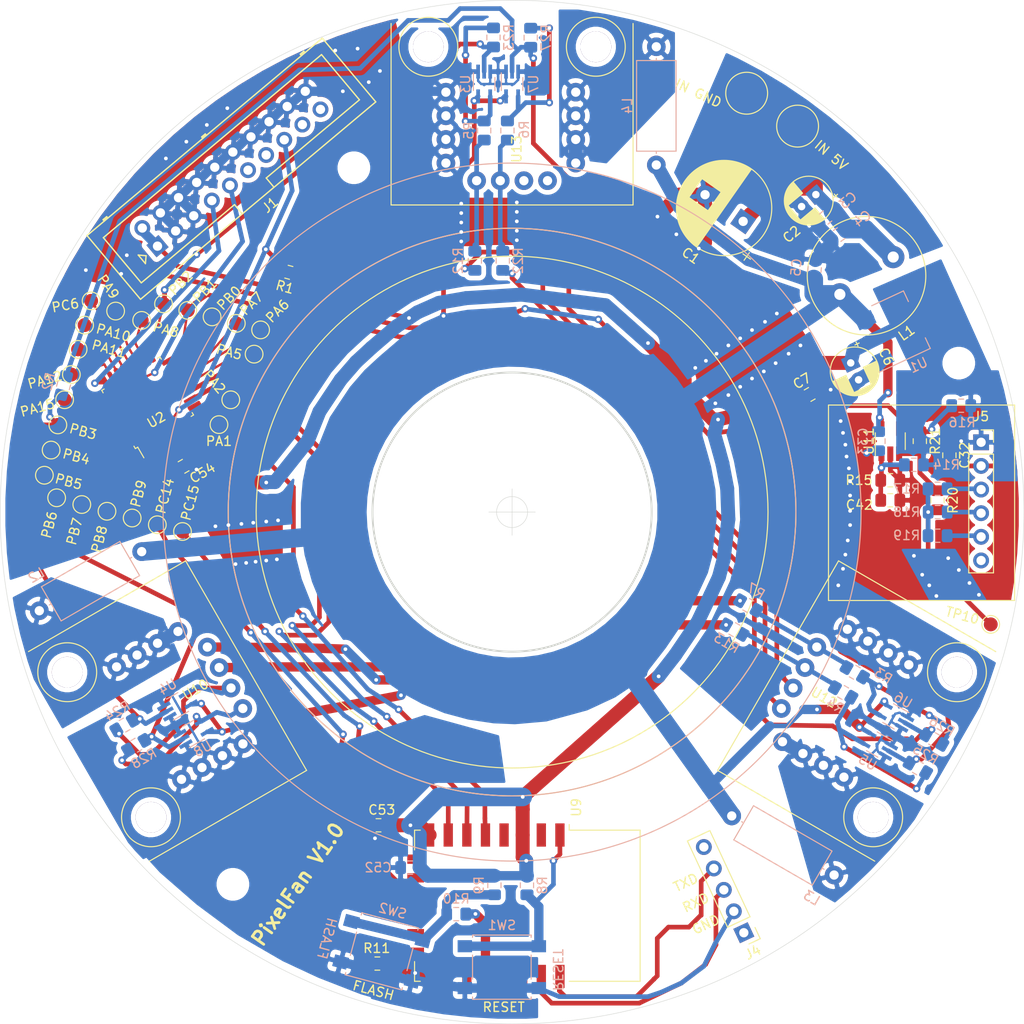
<source format=kicad_pcb>
(kicad_pcb (version 20171130) (host pcbnew "(5.1.4)-1")
  (layers (0 F.Cu signal hide) (31 B.Cu signal hide) (34 B.Paste user) (35 F.Paste user) (36 B.SilkS user) (37 F.SilkS user) (38 B.Mask user) (39 F.Mask user) (44 Edge.Cuts user))
  (net 0 "")
  (net 1 +5VD)
  (net 2 GND)
  (net 3 +5V)
  (net 4 +3V3)
  (net 5 "Net-(C42-Pad1)")
  (net 6 "Net-(J1-Pad7)")
  (net 7 "Net-(J1-Pad9)")
  (net 8 "Net-(J1-Pad11)")
  (net 9 "Net-(J1-Pad13)")
  (net 10 "Net-(J1-Pad15)")
  (net 11 "Net-(J1-Pad17)")
  (net 12 "Net-(J1-Pad19)")
  (net 13 /ESP8266/SCLK)
  (net 14 /ESP8266/MISO)
  (net 15 /ESP8266/MOSI)
  (net 16 /ESP8266/ESP_IO1)
  (net 17 /ESP8266/ESP_IO2)
  (net 18 "Net-(J4-Pad1)")
  (net 19 "Net-(J4-Pad5)")
  (net 20 "Net-(R10-Pad2)")
  (net 21 /Beschleunigungssensor/COMP_OUT)
  (net 22 "Net-(R17-Pad1)")
  (net 23 "Net-(J5-Pad3)")
  (net 24 "Net-(J5-Pad4)")
  (net 25 "Net-(J5-Pad5)")
  (net 26 "Net-(R20-Pad1)")
  (net 27 "Net-(J5-Pad6)")
  (net 28 "Net-(J4-Pad3)")
  (net 29 "Net-(J4-Pad4)")
  (net 30 "Net-(R8-Pad1)")
  (net 31 "Net-(R10-Pad1)")
  (net 32 "Net-(R11-Pad2)")
  (net 33 "Net-(U9-Pad2)")
  (net 34 "Net-(U9-Pad4)")
  (net 35 "Net-(U9-Pad9)")
  (net 36 "Net-(U9-Pad10)")
  (net 37 "Net-(U9-Pad13)")
  (net 38 "Net-(U9-Pad14)")
  (net 39 "Net-(U9-Pad17)")
  (net 40 "Net-(U9-Pad19)")
  (net 41 "Net-(U9-Pad20)")
  (net 42 "Net-(PA9-Pad1)")
  (net 43 "Net-(PA5-Pad1)")
  (net 44 "Net-(PA6-Pad1)")
  (net 45 "Net-(PA7-Pad1)")
  (net 46 "Net-(PA10-Pad1)")
  (net 47 "Net-(PA11-Pad1)")
  (net 48 "Net-(PA12-Pad1)")
  (net 49 "Net-(PA15-Pad1)")
  (net 50 "Net-(PB0-Pad1)")
  (net 51 "Net-(PB1-Pad1)")
  (net 52 "Net-(PB2-Pad1)")
  (net 53 "Net-(PB4-Pad1)")
  (net 54 "Net-(PB6-Pad1)")
  (net 55 "Net-(PB7-Pad1)")
  (net 56 "Net-(PB8-Pad1)")
  (net 57 "Net-(PB9-Pad1)")
  (net 58 "Net-(PC6-Pad1)")
  (net 59 "Net-(PB3-Pad1)")
  (net 60 "Net-(PB5-Pad1)")
  (net 61 "Net-(R2-Pad1)")
  (net 62 "Net-(R3-Pad1)")
  (net 63 "Net-(R13-Pad2)")
  (net 64 "Net-(R12-Pad2)")
  (net 65 "Net-(R22-Pad2)")
  (net 66 "Net-(R7-Pad1)")
  (net 67 "Net-(R12-Pad1)")
  (net 68 "Net-(R13-Pad1)")
  (net 69 "Net-(R22-Pad1)")
  (net 70 "Net-(U13-Pad7)")
  (net 71 "Net-(U13-Pad8)")
  (net 72 "Net-(L2-Pad1)")
  (net 73 "Net-(L3-Pad1)")
  (net 74 "Net-(L4-Pad1)")
  (net 75 "Net-(R26-Pad1)")
  (net 76 "Net-(R25-Pad1)")
  (net 77 "Net-(R23-Pad2)")
  (net 78 "Net-(R27-Pad2)")
  (net 79 "Net-(R24-Pad1)")
  (net 80 "Net-(R28-Pad1)")
  (net 81 "Net-(PA1-Pad1)")
  (net 82 "Net-(PA2-Pad1)")
  (module LED_Leiste:Leiste_WithOutline (layer F.Cu) (at 267.091035 259 210)
    (fp_text reference U10 (at 1 0.5 30) (layer F.SilkS))
    (fp_text value Leiste)
    (pad 13 thru_hole circle (at 12 9 210) (size 3.3 3.3) (drill 3.3) (layers *.Cu *.Mask))
    (pad 13 thru_hole circle (at 12 -9 210) (size 3.3 3.3) (drill 3.3) (layers *.Cu *.Mask))
    (pad 12 thru_hole circle (at 7.12 -7.11 210) (size 2 2) (drill 1) (layers *.Cu *.Mask) (net 2 GND))
    (pad 11 thru_hole circle (at 4.58 -7.11 210) (size 2 2) (drill 1) (layers *.Cu *.Mask) (net 2 GND))
    (pad 10 thru_hole circle (at 2.04 -7.11 210) (size 2 2) (drill 1) (layers *.Cu *.Mask) (net 2 GND))
    (pad 9 thru_hole circle (at -0.5 -7.11 210) (size 2 2) (drill 1) (layers *.Cu *.Mask) (net 2 GND))
    (pad 8 thru_hole circle (at -2.39 3.81 210) (size 2 2) (drill 1) (layers *.Cu *.Mask) (net 68 "Net-(R13-Pad1)"))
    (pad 7 thru_hole circle (at -2.39 1.27 210) (size 2 2) (drill 1) (layers *.Cu *.Mask) (net 66 "Net-(R7-Pad1)"))
    (pad 6 thru_hole circle (at -2.39 -1.27 210) (size 2 2) (drill 1) (layers *.Cu *.Mask) (net 79 "Net-(R24-Pad1)"))
    (pad 5 thru_hole circle (at -2.39 -3.81 210) (size 2 2) (drill 1) (layers *.Cu *.Mask) (net 80 "Net-(R28-Pad1)"))
    (pad 4 thru_hole circle (at 7.12 6.84 210) (size 2 2) (drill 1) (layers *.Cu *.Mask) (net 72 "Net-(L2-Pad1)"))
    (pad 3 thru_hole circle (at 4.58 6.84 210) (size 2 2) (drill 1) (layers *.Cu *.Mask) (net 72 "Net-(L2-Pad1)"))
    (pad 2 thru_hole circle (at 2.04 6.84 210) (size 2 2) (drill 1) (layers *.Cu *.Mask) (net 72 "Net-(L2-Pad1)"))
    (pad 1 thru_hole circle (at -0.5 6.84 210) (size 2 2) (drill 1) (layers *.Cu *.Mask) (net 72 "Net-(L2-Pad1)"))
  )
  (module LED_Leiste:Leiste_WithOutline (layer F.Cu) (at 300 202 90)
    (fp_text reference U13 (at 1 0.5 90) (layer F.SilkS))
    (fp_text value Leiste)
    (pad 13 thru_hole circle (at 12 9 90) (size 3.3 3.3) (drill 3.3) (layers *.Cu *.Mask))
    (pad 13 thru_hole circle (at 12 -9 90) (size 3.3 3.3) (drill 3.3) (layers *.Cu *.Mask))
    (pad 12 thru_hole circle (at 7.12 -7.11 90) (size 2 2) (drill 1) (layers *.Cu *.Mask) (net 2 GND))
    (pad 11 thru_hole circle (at 4.58 -7.11 90) (size 2 2) (drill 1) (layers *.Cu *.Mask) (net 2 GND))
    (pad 10 thru_hole circle (at 2.04 -7.11 90) (size 2 2) (drill 1) (layers *.Cu *.Mask) (net 2 GND))
    (pad 9 thru_hole circle (at -0.5 -7.11 90) (size 2 2) (drill 1) (layers *.Cu *.Mask) (net 2 GND))
    (pad 8 thru_hole circle (at -2.39 3.81 90) (size 2 2) (drill 1) (layers *.Cu *.Mask) (net 71 "Net-(U13-Pad8)"))
    (pad 7 thru_hole circle (at -2.39 1.27 90) (size 2 2) (drill 1) (layers *.Cu *.Mask) (net 70 "Net-(U13-Pad7)"))
    (pad 6 thru_hole circle (at -2.39 -1.27 90) (size 2 2) (drill 1) (layers *.Cu *.Mask) (net 65 "Net-(R22-Pad2)"))
    (pad 5 thru_hole circle (at -2.39 -3.81 90) (size 2 2) (drill 1) (layers *.Cu *.Mask) (net 64 "Net-(R12-Pad2)"))
    (pad 4 thru_hole circle (at 7.12 6.84 90) (size 2 2) (drill 1) (layers *.Cu *.Mask) (net 74 "Net-(L4-Pad1)"))
    (pad 3 thru_hole circle (at 4.58 6.84 90) (size 2 2) (drill 1) (layers *.Cu *.Mask) (net 74 "Net-(L4-Pad1)"))
    (pad 2 thru_hole circle (at 2.04 6.84 90) (size 2 2) (drill 1) (layers *.Cu *.Mask) (net 74 "Net-(L4-Pad1)"))
    (pad 1 thru_hole circle (at -0.5 6.84 90) (size 2 2) (drill 1) (layers *.Cu *.Mask) (net 74 "Net-(L4-Pad1)"))
  )
  (module LED_Leiste:Leiste_WithOutline (layer F.Cu) (at 332.908965 259 330)
    (fp_text reference U12 (at 1 0.5 150) (layer F.SilkS))
    (fp_text value Leiste)
    (pad 13 thru_hole circle (at 12 9 330) (size 3.3 3.3) (drill 3.3) (layers *.Cu *.Mask))
    (pad 13 thru_hole circle (at 12 -9 330) (size 3.3 3.3) (drill 3.3) (layers *.Cu *.Mask))
    (pad 12 thru_hole circle (at 7.12 -7.11 330) (size 2 2) (drill 1) (layers *.Cu *.Mask) (net 2 GND))
    (pad 11 thru_hole circle (at 4.58 -7.11 330) (size 2 2) (drill 1) (layers *.Cu *.Mask) (net 2 GND))
    (pad 10 thru_hole circle (at 2.04 -7.11 330) (size 2 2) (drill 1) (layers *.Cu *.Mask) (net 2 GND))
    (pad 9 thru_hole circle (at -0.5 -7.11 330) (size 2 2) (drill 1) (layers *.Cu *.Mask) (net 2 GND))
    (pad 8 thru_hole circle (at -2.39 3.81 330) (size 2 2) (drill 1) (layers *.Cu *.Mask) (net 69 "Net-(R22-Pad1)"))
    (pad 7 thru_hole circle (at -2.39 1.27 330) (size 2 2) (drill 1) (layers *.Cu *.Mask) (net 67 "Net-(R12-Pad1)"))
    (pad 6 thru_hole circle (at -2.39 -1.27 330) (size 2 2) (drill 1) (layers *.Cu *.Mask) (net 63 "Net-(R13-Pad2)"))
    (pad 5 thru_hole circle (at -2.39 -3.81 330) (size 2 2) (drill 1) (layers *.Cu *.Mask) (net 62 "Net-(R3-Pad1)"))
    (pad 4 thru_hole circle (at 7.12 6.84 330) (size 2 2) (drill 1) (layers *.Cu *.Mask) (net 73 "Net-(L3-Pad1)"))
    (pad 3 thru_hole circle (at 4.58 6.84 330) (size 2 2) (drill 1) (layers *.Cu *.Mask) (net 73 "Net-(L3-Pad1)"))
    (pad 2 thru_hole circle (at 2.04 6.84 330) (size 2 2) (drill 1) (layers *.Cu *.Mask) (net 73 "Net-(L3-Pad1)"))
    (pad 1 thru_hole circle (at -0.5 6.84 330) (size 2 2) (drill 1) (layers *.Cu *.Mask) (net 73 "Net-(L3-Pad1)"))
  )
  (module Capacitor_THT:CP_Radial_D10.0mm_P5.00mm (layer F.Cu) (at 324.830998 208.762337 145)
    (fp_text reference C1 (at 2.5 -6.25 145) (layer F.SilkS))
    (fp_text value 470µF)
    (pad 1 thru_hole rect (at 0 0 145) (size 2 2) (drill 1) (layers *.Cu *.Mask) (net 1 +5VD))
    (pad 2 thru_hole circle (at 5 0 145) (size 2 2) (drill 1) (layers *.Cu *.Mask) (net 2 GND))
  )
  (module Capacitor_THT:CP_Radial_D5.0mm_P2.00mm (layer F.Cu) (at 332.641625 205.885862 220)
    (fp_text reference C2 (at 4.734937 -1.606354 40) (layer F.SilkS))
    (fp_text value 10u)
    (pad 1 thru_hole rect (at 0 0 220) (size 1.6 1.6) (drill 0.8) (layers *.Cu *.Mask) (net 1 +5VD))
    (pad 2 thru_hole circle (at 2 0 220) (size 1.6 1.6) (drill 0.8) (layers *.Cu *.Mask) (net 2 GND))
  )
  (module Capacitor_SMD:C_0805_2012Metric_Pad1.15x1.40mm_HandSolder (layer B.Cu) (at 333.697074 208.346019 220)
    (fp_text reference C3 (at -3.026099 -0.131941 220) (layer B.SilkS) (effects (justify mirror)))
    (fp_text value 470n)
    (pad 2 smd roundrect (at 1.025 0 220) (size 1.15 1.4) (layers B.Cu B.Paste B.Mask) (roundrect_rratio 0.217391) (net 2 GND))
    (pad 1 smd roundrect (at -1.025 0 220) (size 1.15 1.4) (layers B.Cu B.Paste B.Mask) (roundrect_rratio 0.217391) (net 1 +5VD))
  )
  (module Capacitor_SMD:C_0805_2012Metric_Pad1.15x1.40mm_HandSolder (layer B.Cu) (at 335.142821 210.178998 215)
    (fp_text reference C4 (at -3.02966 -0.033232 215) (layer B.SilkS) (effects (justify mirror)))
    (fp_text value 10n)
    (pad 1 smd roundrect (at -1.025 0 215) (size 1.15 1.4) (layers B.Cu B.Paste B.Mask) (roundrect_rratio 0.217391) (net 1 +5VD))
    (pad 2 smd roundrect (at 1.025 0 215) (size 1.15 1.4) (layers B.Cu B.Paste B.Mask) (roundrect_rratio 0.217391) (net 2 GND))
  )
  (module Capacitor_SMD:C_0805_2012Metric_Pad1.15x1.40mm_HandSolder (layer B.Cu) (at 332.50513 213.938413 85)
    (fp_text reference C5 (at 0.056862 -1.9724 85) (layer B.SilkS) (effects (justify mirror)))
    (fp_text value 470n)
    (pad 2 smd roundrect (at 1.025 0 85) (size 1.15 1.4) (layers B.Cu B.Paste B.Mask) (roundrect_rratio 0.217391) (net 2 GND))
    (pad 1 smd roundrect (at -1.025 0 85) (size 1.15 1.4) (layers B.Cu B.Paste B.Mask) (roundrect_rratio 0.217391) (net 3 +5V))
  )
  (module Capacitor_THT:CP_Radial_D5.0mm_P2.00mm (layer F.Cu) (at 336.388295 223.971837 295)
    (fp_text reference C6 (at 1 -3.75 115) (layer F.SilkS))
    (fp_text value 10u)
    (pad 2 thru_hole circle (at 2 0 295) (size 1.6 1.6) (drill 0.8) (layers *.Cu *.Mask) (net 2 GND))
    (pad 1 thru_hole rect (at 0 0 295) (size 1.6 1.6) (drill 0.8) (layers *.Cu *.Mask) (net 4 +3V3))
  )
  (module Capacitor_SMD:C_0805_2012Metric_Pad1.15x1.40mm_HandSolder (layer F.Cu) (at 331.980534 227.361352 30)
    (fp_text reference C7 (at -0.000001 -1.65 30) (layer F.SilkS))
    (fp_text value 470n)
    (pad 1 smd roundrect (at -1.025 0 30) (size 1.15 1.4) (layers F.Cu F.Paste F.Mask) (roundrect_rratio 0.217391) (net 4 +3V3))
    (pad 2 smd roundrect (at 1.025 0 30) (size 1.15 1.4) (layers F.Cu F.Paste F.Mask) (roundrect_rratio 0.217391) (net 2 GND))
  )
  (module Capacitor_SMD:C_0805_2012Metric_Pad1.15x1.40mm_HandSolder (layer F.Cu) (at 346.99 233.895 270)
    (fp_text reference C32 (at 0 -1.65 90) (layer F.SilkS))
    (fp_text value 100n)
    (pad 1 smd roundrect (at -1.025 0 270) (size 1.15 1.4) (layers F.Cu F.Paste F.Mask) (roundrect_rratio 0.217391) (net 4 +3V3))
    (pad 2 smd roundrect (at 1.025 0 270) (size 1.15 1.4) (layers F.Cu F.Paste F.Mask) (roundrect_rratio 0.217391) (net 2 GND))
  )
  (module Capacitor_SMD:C_0805_2012Metric_Pad1.15x1.40mm_HandSolder (layer B.Cu) (at 339.37 232.38 270)
    (fp_text reference C33 (at 0 1.65 90) (layer B.SilkS) (effects (justify mirror)))
    (fp_text value 100n)
    (pad 1 smd roundrect (at -1.025 0 270) (size 1.15 1.4) (layers B.Cu B.Paste B.Mask) (roundrect_rratio 0.217391) (net 3 +5V))
    (pad 2 smd roundrect (at 1.025 0 270) (size 1.15 1.4) (layers B.Cu B.Paste B.Mask) (roundrect_rratio 0.217391) (net 2 GND))
  )
  (module Capacitor_SMD:C_0805_2012Metric_Pad1.15x1.40mm_HandSolder (layer F.Cu) (at 340.64 238.73)
    (fp_text reference C42 (at -3.325 0.5) (layer F.SilkS))
    (fp_text value 100n)
    (pad 1 smd roundrect (at -1.025 0) (size 1.15 1.4) (layers F.Cu F.Paste F.Mask) (roundrect_rratio 0.217391) (net 5 "Net-(C42-Pad1)"))
    (pad 2 smd roundrect (at 1.025 0) (size 1.15 1.4) (layers F.Cu F.Paste F.Mask) (roundrect_rratio 0.217391) (net 2 GND))
  )
  (module Connector_PinHeader_2.54mm:PinHeader_1x05_P2.54mm_Vertical (layer F.Cu) (at 324.9 285.2 205)
    (fp_text reference J4 (at 0 -2.33 25) (layer F.SilkS))
    (fp_text value Conn_01x05_Male)
    (pad 1 thru_hole rect (at 0 0 205) (size 1.7 1.7) (drill 1) (layers *.Cu *.Mask) (net 18 "Net-(J4-Pad1)"))
    (pad 2 thru_hole oval (at 0 2.54 205) (size 1.7 1.7) (drill 1) (layers *.Cu *.Mask) (net 2 GND))
    (pad 3 thru_hole oval (at 0 5.08 205) (size 1.7 1.7) (drill 1) (layers *.Cu *.Mask) (net 28 "Net-(J4-Pad3)"))
    (pad 4 thru_hole oval (at 0 7.62 205) (size 1.7 1.7) (drill 1) (layers *.Cu *.Mask) (net 29 "Net-(J4-Pad4)"))
    (pad 5 thru_hole oval (at 0 10.16 205) (size 1.7 1.7) (drill 1) (layers *.Cu *.Mask) (net 19 "Net-(J4-Pad5)"))
  )
  (module Inductor_THT:L_Radial_D12.5mm_P7.00mm_Fastron_09HCP (layer F.Cu) (at 340.954393 212.594702 215)
    (fp_text reference L1 (at 3.5 -7.5 35) (layer F.SilkS))
    (fp_text value 47µH)
    (pad 1 thru_hole circle (at 0 0 215) (size 2.4 2.4) (drill 1.2) (layers *.Cu *.Mask) (net 1 +5VD))
    (pad 2 thru_hole circle (at 7 0 215) (size 2.4 2.4) (drill 1.2) (layers *.Cu *.Mask) (net 3 +5V))
  )
  (module Resistor_SMD:R_0805_2012Metric_Pad1.15x1.40mm_HandSolder (layer F.Cu) (at 276.009926 214.23471 165)
    (fp_text reference R1 (at 0 -1.65 345) (layer F.SilkS))
    (fp_text value 10k)
    (pad 2 smd roundrect (at 1.025 0 165) (size 1.15 1.4) (layers F.Cu F.Paste F.Mask) (roundrect_rratio 0.217391) (net 10 "Net-(J1-Pad15)"))
    (pad 1 smd roundrect (at -1.025 0 165) (size 1.15 1.4) (layers F.Cu F.Paste F.Mask) (roundrect_rratio 0.217391) (net 4 +3V3))
  )
  (module Resistor_SMD:R_0805_2012Metric_Pad1.15x1.40mm_HandSolder (layer B.Cu) (at 301.6 280.1 90)
    (fp_text reference R8 (at 0 1.65 90) (layer B.SilkS) (effects (justify mirror)))
    (fp_text value 10k)
    (pad 1 smd roundrect (at -1.025 0 90) (size 1.15 1.4) (layers B.Cu B.Paste B.Mask) (roundrect_rratio 0.217391) (net 30 "Net-(R8-Pad1)"))
    (pad 2 smd roundrect (at 1.025 0 90) (size 1.15 1.4) (layers B.Cu B.Paste B.Mask) (roundrect_rratio 0.217391) (net 4 +3V3))
  )
  (module Resistor_SMD:R_0805_2012Metric_Pad1.15x1.40mm_HandSolder (layer B.Cu) (at 298.1 280.1 270)
    (fp_text reference R9 (at 0 1.65 90) (layer B.SilkS) (effects (justify mirror)))
    (fp_text value 1k)
    (pad 1 smd roundrect (at -1.025 0 270) (size 1.15 1.4) (layers B.Cu B.Paste B.Mask) (roundrect_rratio 0.217391) (net 4 +3V3))
    (pad 2 smd roundrect (at 1.025 0 270) (size 1.15 1.4) (layers B.Cu B.Paste B.Mask) (roundrect_rratio 0.217391) (net 20 "Net-(R10-Pad2)"))
  )
  (module Resistor_SMD:R_0805_2012Metric_Pad1.15x1.40mm_HandSolder (layer B.Cu) (at 294 283.2 180)
    (fp_text reference R10 (at 0 1.65 180) (layer B.SilkS) (effects (justify mirror)))
    (fp_text value 10k)
    (pad 2 smd roundrect (at 1.025 0 180) (size 1.15 1.4) (layers B.Cu B.Paste B.Mask) (roundrect_rratio 0.217391) (net 20 "Net-(R10-Pad2)"))
    (pad 1 smd roundrect (at -1.025 0 180) (size 1.15 1.4) (layers B.Cu B.Paste B.Mask) (roundrect_rratio 0.217391) (net 31 "Net-(R10-Pad1)"))
  )
  (module Resistor_SMD:R_0805_2012Metric_Pad1.15x1.40mm_HandSolder (layer F.Cu) (at 285.522 288.514 180)
    (fp_text reference R11 (at 0.0635 1.651) (layer F.SilkS))
    (fp_text value 2k2)
    (pad 2 smd roundrect (at 1.025 0 180) (size 1.15 1.4) (layers F.Cu F.Paste F.Mask) (roundrect_rratio 0.217391) (net 32 "Net-(R11-Pad2)"))
    (pad 1 smd roundrect (at -1.025 0 180) (size 1.15 1.4) (layers F.Cu F.Paste F.Mask) (roundrect_rratio 0.217391) (net 2 GND))
  )
  (module Resistor_SMD:R_0805_2012Metric_Pad1.15x1.40mm_HandSolder (layer B.Cu) (at 343.18 234.92 180)
    (fp_text reference R14 (at -3.5 0) (layer B.SilkS) (effects (justify mirror)))
    (fp_text value 10k)
    (pad 1 smd roundrect (at -1.025 0 180) (size 1.15 1.4) (layers B.Cu B.Paste B.Mask) (roundrect_rratio 0.217391) (net 4 +3V3))
    (pad 2 smd roundrect (at 1.025 0 180) (size 1.15 1.4) (layers B.Cu B.Paste B.Mask) (roundrect_rratio 0.217391) (net 5 "Net-(C42-Pad1)"))
  )
  (module Resistor_SMD:R_0805_2012Metric_Pad1.15x1.40mm_HandSolder (layer F.Cu) (at 340.64 236.580891)
    (fp_text reference R15 (at -3.3655 -0.009891) (layer F.SilkS))
    (fp_text value 6k2)
    (pad 2 smd roundrect (at 1.025 0) (size 1.15 1.4) (layers F.Cu F.Paste F.Mask) (roundrect_rratio 0.217391) (net 2 GND))
    (pad 1 smd roundrect (at -1.025 0) (size 1.15 1.4) (layers F.Cu F.Paste F.Mask) (roundrect_rratio 0.217391) (net 5 "Net-(C42-Pad1)"))
  )
  (module Resistor_SMD:R_0805_2012Metric_Pad1.15x1.40mm_HandSolder (layer B.Cu) (at 348.26 228.57 180)
    (fp_text reference R16 (at -0.1 -1.8) (layer B.SilkS) (effects (justify mirror)))
    (fp_text value 10k)
    (pad 1 smd roundrect (at -1.025 0 180) (size 1.15 1.4) (layers B.Cu B.Paste B.Mask) (roundrect_rratio 0.217391) (net 4 +3V3))
    (pad 2 smd roundrect (at 1.025 0 180) (size 1.15 1.4) (layers B.Cu B.Paste B.Mask) (roundrect_rratio 0.217391) (net 21 /Beschleunigungssensor/COMP_OUT))
  )
  (module Resistor_SMD:R_0805_2012Metric_Pad1.15x1.40mm_HandSolder (layer B.Cu) (at 345.72 237.5)
    (fp_text reference R17 (at -3.32 0) (layer B.SilkS) (effects (justify mirror)))
    (fp_text value 0)
    (pad 1 smd roundrect (at -1.025 0) (size 1.15 1.4) (layers B.Cu B.Paste B.Mask) (roundrect_rratio 0.217391) (net 22 "Net-(R17-Pad1)"))
    (pad 2 smd roundrect (at 1.025 0) (size 1.15 1.4) (layers B.Cu B.Paste B.Mask) (roundrect_rratio 0.217391) (net 23 "Net-(J5-Pad3)"))
  )
  (module Resistor_SMD:R_0805_2012Metric_Pad1.15x1.40mm_HandSolder (layer B.Cu) (at 345.735891 240)
    (fp_text reference R18 (at -3.335891 0) (layer B.SilkS) (effects (justify mirror)))
    (fp_text value 0)
    (pad 2 smd roundrect (at 1.025 0) (size 1.15 1.4) (layers B.Cu B.Paste B.Mask) (roundrect_rratio 0.217391) (net 24 "Net-(J5-Pad4)"))
    (pad 1 smd roundrect (at -1.025 0) (size 1.15 1.4) (layers B.Cu B.Paste B.Mask) (roundrect_rratio 0.217391) (net 22 "Net-(R17-Pad1)"))
  )
  (module Resistor_SMD:R_0805_2012Metric_Pad1.15x1.40mm_HandSolder (layer B.Cu) (at 345.72 242.54)
    (fp_text reference R19 (at -3.32 -0.04) (layer B.SilkS) (effects (justify mirror)))
    (fp_text value 0)
    (pad 1 smd roundrect (at -1.025 0) (size 1.15 1.4) (layers B.Cu B.Paste B.Mask) (roundrect_rratio 0.217391) (net 22 "Net-(R17-Pad1)"))
    (pad 2 smd roundrect (at 1.025 0) (size 1.15 1.4) (layers B.Cu B.Paste B.Mask) (roundrect_rratio 0.217391) (net 25 "Net-(J5-Pad5)"))
  )
  (module Resistor_SMD:R_0805_2012Metric_Pad1.15x1.40mm_HandSolder (layer F.Cu) (at 345.72 238.73 270)
    (fp_text reference R20 (at 0 -1.65 90) (layer F.SilkS))
    (fp_text value 1k)
    (pad 2 smd roundrect (at 1.025 0 270) (size 1.15 1.4) (layers F.Cu F.Paste F.Mask) (roundrect_rratio 0.217391) (net 22 "Net-(R17-Pad1)"))
    (pad 1 smd roundrect (at -1.025 0 270) (size 1.15 1.4) (layers F.Cu F.Paste F.Mask) (roundrect_rratio 0.217391) (net 26 "Net-(R20-Pad1)"))
  )
  (module Resistor_SMD:R_0805_2012Metric_Pad1.15x1.40mm_HandSolder (layer F.Cu) (at 343.815 232.38 270)
    (fp_text reference R21 (at 0 -1.65 90) (layer F.SilkS))
    (fp_text value 100k)
    (pad 1 smd roundrect (at -1.025 0 270) (size 1.15 1.4) (layers F.Cu F.Paste F.Mask) (roundrect_rratio 0.217391) (net 21 /Beschleunigungssensor/COMP_OUT))
    (pad 2 smd roundrect (at 1.025 0 270) (size 1.15 1.4) (layers F.Cu F.Paste F.Mask) (roundrect_rratio 0.217391) (net 26 "Net-(R20-Pad1)"))
  )
  (module Button_Switch_SMD:SW_SPST_B3S-1000 (layer B.Cu) (at 298.9 288.9 180)
    (fp_text reference SW1 (at 0 4.5 180) (layer B.SilkS) (effects (justify mirror)))
    (fp_text value Reset)
    (pad 1 smd rect (at -3.975 2.25 180) (size 1.55 1.3) (layers B.Cu B.Paste B.Mask) (net 30 "Net-(R8-Pad1)"))
    (pad 1 smd rect (at 3.975 2.25 180) (size 1.55 1.3) (layers B.Cu B.Paste B.Mask) (net 30 "Net-(R8-Pad1)"))
    (pad 2 smd rect (at -3.975 -2.25 180) (size 1.55 1.3) (layers B.Cu B.Paste B.Mask) (net 2 GND))
    (pad 2 smd rect (at 3.975 -2.25 180) (size 1.55 1.3) (layers B.Cu B.Paste B.Mask) (net 2 GND))
  )
  (module Button_Switch_SMD:SW_SPST_B3S-1000 (layer B.Cu) (at 286 287.2 165)
    (fp_text reference SW2 (at 0 4.5 165) (layer B.SilkS) (effects (justify mirror)))
    (fp_text value Flash)
    (pad 2 smd rect (at 3.975 -2.25 165) (size 1.55 1.3) (layers B.Cu B.Paste B.Mask) (net 2 GND))
    (pad 2 smd rect (at -3.975 -2.25 165) (size 1.55 1.3) (layers B.Cu B.Paste B.Mask) (net 2 GND))
    (pad 1 smd rect (at 3.975 2.25 165) (size 1.55 1.3) (layers B.Cu B.Paste B.Mask) (net 20 "Net-(R10-Pad2)"))
    (pad 1 smd rect (at -3.975 2.25 165) (size 1.55 1.3) (layers B.Cu B.Paste B.Mask) (net 20 "Net-(R10-Pad2)"))
  )
  (module TestPoint:TestPoint_Pad_D1.5mm (layer F.Cu) (at 260.2 219.4 345)
    (fp_text reference PA8 (at 2.770226 0.292996 165) (layer F.SilkS))
    (fp_text value TestPoint)
    (pad 1 smd circle (at 0 0 345) (size 1.5 1.5) (layers F.Cu F.Mask) (net 21 /Beschleunigungssensor/COMP_OUT))
  )
  (module TestPoint:TestPoint_Pad_D1.5mm (layer F.Cu) (at 251.193662 230.631115 255)
    (fp_text reference PB3 (at 0 -2.8 345) (layer F.SilkS))
    (fp_text value TestPoint)
    (pad 1 smd circle (at 0 0 255) (size 1.5 1.5) (layers F.Cu F.Mask) (net 59 "Net-(PB3-Pad1)"))
  )
  (module TestPoint:TestPoint_Pad_D1.5mm (layer F.Cu) (at 249.744275 236.0403 75)
    (fp_text reference PB5 (at 0 2.7 345) (layer F.SilkS))
    (fp_text value TestPoint)
    (pad 1 smd circle (at 0 0 75) (size 1.5 1.5) (layers F.Cu F.Mask) (net 60 "Net-(PB5-Pad1)"))
  )
  (module TestPoint:TestPoint_Pad_D1.5mm (layer F.Cu) (at 272.279581 223.029535 345)
    (fp_text reference PA5 (at -2.647685 0.471813 165) (layer F.SilkS))
    (fp_text value TestPoint)
    (pad 1 smd circle (at 0 0 345) (size 1.5 1.5) (layers F.Cu F.Mask) (net 43 "Net-(PA5-Pad1)"))
  )
  (module TestPoint:TestPoint_Pad_D1.5mm (layer F.Cu) (at 351.435 252.065)
    (fp_text reference TP10 (at -3.048 -0.9525 -15) (layer F.SilkS))
    (fp_text value TestPoint)
    (pad 1 smd circle (at 0 0) (size 1.5 1.5) (layers F.Cu F.Mask) (net 22 "Net-(R17-Pad1)"))
  )
  (module TestPoint:TestPoint_Pad_D1.5mm (layer F.Cu) (at 272.978392 220.421535 165)
    (fp_text reference PA6 (at -1.236326 2.42412 45) (layer F.SilkS))
    (fp_text value TestPoint)
    (pad 1 smd circle (at 0 0 165) (size 1.5 1.5) (layers F.Cu F.Mask) (net 44 "Net-(PA6-Pad1)"))
  )
  (module TestPoint:TestPoint_Pad_D1.5mm (layer F.Cu) (at 270.370393 219.722724 165)
    (fp_text reference PA7 (at -1.024678 2.472167 45) (layer F.SilkS))
    (fp_text value TestPoint)
    (pad 1 smd circle (at 0 0 165) (size 1.5 1.5) (layers F.Cu F.Mask) (net 45 "Net-(PA7-Pad1)"))
  )
  (module TestPoint:TestPoint_Pad_D1.5mm (layer F.Cu) (at 257.4 218.4 345)
    (fp_text reference PA9 (at -1.44567 -2.304352 125) (layer F.SilkS))
    (fp_text value TestPoint)
    (pad 1 smd circle (at 0 0 345) (size 1.5 1.5) (layers F.Cu F.Mask) (net 42 "Net-(PA9-Pad1)"))
  )
  (module TestPoint:TestPoint_Pad_D1.5mm (layer F.Cu) (at 254.066553 219.909338 345)
    (fp_text reference PA10 (at 3.2 0 165) (layer F.SilkS))
    (fp_text value TestPoint)
    (pad 1 smd circle (at 0 0 345) (size 1.5 1.5) (layers F.Cu F.Mask) (net 46 "Net-(PA10-Pad1)"))
  )
  (module TestPoint:TestPoint_Pad_D1.5mm (layer F.Cu) (at 253.367742 222.517338 165)
    (fp_text reference PA11 (at -3.2 0.9 165) (layer F.SilkS))
    (fp_text value TestPoint)
    (pad 1 smd circle (at 0 0 165) (size 1.5 1.5) (layers F.Cu F.Mask) (net 47 "Net-(PA11-Pad1)"))
  )
  (module TestPoint:TestPoint_Pad_D1.5mm (layer F.Cu) (at 252.643049 225.22193 165)
    (fp_text reference PA12 (at 2.596559 -1.294208 195) (layer F.SilkS))
    (fp_text value TestPoint)
    (pad 1 smd circle (at 0 0 165) (size 1.5 1.5) (layers F.Cu F.Mask) (net 48 "Net-(PA12-Pad1)"))
  )
  (module TestPoint:TestPoint_Pad_D1.5mm (layer F.Cu) (at 251.918355 227.926523 75)
    (fp_text reference PA15 (at -1.59904 -2.592842 15) (layer F.SilkS))
    (fp_text value TestPoint)
    (pad 1 smd circle (at 0 0 75) (size 1.5 1.5) (layers F.Cu F.Mask) (net 49 "Net-(PA15-Pad1)"))
  )
  (module TestPoint:TestPoint_Pad_D1.5mm (layer F.Cu) (at 267.762393 219.023912 165)
    (fp_text reference PB0 (at -1.251165 2.430557 45) (layer F.SilkS))
    (fp_text value TestPoint)
    (pad 1 smd circle (at 0 0 165) (size 1.5 1.5) (layers F.Cu F.Mask) (net 50 "Net-(PB0-Pad1)"))
  )
  (module TestPoint:TestPoint_Pad_D1.5mm (layer F.Cu) (at 265.154393 218.325101 165)
    (fp_text reference PB1 (at -1.232703 2.530368 45) (layer F.SilkS))
    (fp_text value TestPoint)
    (pad 1 smd circle (at 0 0 165) (size 1.5 1.5) (layers F.Cu F.Mask) (net 51 "Net-(PB1-Pad1)"))
  )
  (module TestPoint:TestPoint_Pad_D1.5mm (layer F.Cu) (at 262.546393 217.62629 345)
    (fp_text reference PB2 (at 1.214241 -2.63018 45) (layer F.SilkS))
    (fp_text value TestPoint)
    (pad 1 smd circle (at 0 0 345) (size 1.5 1.5) (layers F.Cu F.Mask) (net 52 "Net-(PB2-Pad1)"))
  )
  (module TestPoint:TestPoint_Pad_D1.5mm (layer F.Cu) (at 250.468969 233.335707 75)
    (fp_text reference PB4 (at 0 2.8 345) (layer F.SilkS))
    (fp_text value TestPoint)
    (pad 1 smd circle (at 0 0 75) (size 1.5 1.5) (layers F.Cu F.Mask) (net 53 "Net-(PB4-Pad1)"))
  )
  (module TestPoint:TestPoint_Pad_D1.5mm (layer F.Cu) (at 251.061896 238.463908 165)
    (fp_text reference PB6 (at 0 -3 75) (layer F.SilkS))
    (fp_text value TestPoint)
    (pad 1 smd circle (at 0 0 165) (size 1.5 1.5) (layers F.Cu F.Mask) (net 54 "Net-(PB6-Pad1)"))
  )
  (module TestPoint:TestPoint_Pad_D1.5mm (layer F.Cu) (at 253.766489 239.188601 255)
    (fp_text reference PB7 (at 3 0 75) (layer F.SilkS))
    (fp_text value TestPoint)
    (pad 1 smd circle (at 0 0 255) (size 1.5 1.5) (layers F.Cu F.Mask) (net 55 "Net-(PB7-Pad1)"))
  )
  (module TestPoint:TestPoint_Pad_D1.5mm (layer F.Cu) (at 256.471081 239.913294 75)
    (fp_text reference PB8 (at -3.1 0 75) (layer F.SilkS))
    (fp_text value TestPoint)
    (pad 1 smd circle (at 0 0 75) (size 1.5 1.5) (layers F.Cu F.Mask) (net 56 "Net-(PB8-Pad1)"))
  )
  (module TestPoint:TestPoint_Pad_D1.5mm (layer F.Cu) (at 259.175673 240.637988 345)
    (fp_text reference PB9 (at 0 -2.7 75) (layer F.SilkS))
    (fp_text value TestPoint)
    (pad 1 smd circle (at 0 0 345) (size 1.5 1.5) (layers F.Cu F.Mask) (net 57 "Net-(PB9-Pad1)"))
  )
  (module TestPoint:TestPoint_Pad_D1.5mm (layer F.Cu) (at 261.880265 241.362681 75)
    (fp_text reference PC14 (at 3.2 0 75) (layer F.SilkS))
    (fp_text value TestPoint)
    (pad 1 smd circle (at 0 0 75) (size 1.5 1.5) (layers F.Cu F.Mask) (net 16 /ESP8266/ESP_IO1))
  )
  (module TestPoint:TestPoint_Pad_D1.5mm (layer F.Cu) (at 264.584858 242.087374 345)
    (fp_text reference PC15 (at 0 -3.2 255) (layer F.SilkS))
    (fp_text value TestPoint)
    (pad 1 smd circle (at 0 0 345) (size 1.5 1.5) (layers F.Cu F.Mask) (net 17 /ESP8266/ESP_IO2))
  )
  (module TestPoint:TestPoint_Pad_D1.5mm (layer F.Cu) (at 254.765365 217.301339 165)
    (fp_text reference PC6 (at 2.542075 -1.197399 190) (layer F.SilkS))
    (fp_text value TestPoint)
    (pad 1 smd circle (at 0 0 165) (size 1.5 1.5) (layers F.Cu F.Mask) (net 58 "Net-(PC6-Pad1)"))
  )
  (module Package_TO_SOT_SMD:SOT-223-3_TabPin2 (layer B.Cu) (at 341.76516 220.132656 25)
    (fp_text reference U1 (at 0 4.5 25) (layer B.SilkS) (effects (justify mirror)))
    (fp_text value NCP1117-3.3_SOT223)
    (pad 2 smd rect (at 3.15 0 25) (size 2 3.8) (layers B.Cu B.Paste B.Mask) (net 4 +3V3))
    (pad 2 smd rect (at -3.15 0 25) (size 2 1.5) (layers B.Cu B.Paste B.Mask) (net 4 +3V3))
    (pad 3 smd rect (at -3.15 -2.3 25) (size 2 1.5) (layers B.Cu B.Paste B.Mask) (net 3 +5V))
    (pad 1 smd rect (at -3.15 2.3 25) (size 2 1.5) (layers B.Cu B.Paste B.Mask) (net 2 GND))
  )
  (module Package_QFP:LQFP-32_7x7mm_P0.8mm (layer F.Cu) (at 260.839548 228.246397 120)
    (fp_text reference U2 (at -2.066797 -0.115408 210) (layer F.SilkS))
    (fp_text value STM32G070KxTx)
    (pad 1 smd roundrect (at -4.175 -2.8 120) (size 1.5 0.5) (layers F.Cu F.Paste F.Mask) (net 57 "Net-(PB9-Pad1)"))
    (pad 2 smd roundrect (at -4.175 -2 120) (size 1.5 0.5) (layers F.Cu F.Paste F.Mask) (net 16 /ESP8266/ESP_IO1))
    (pad 3 smd roundrect (at -4.175 -1.2 120) (size 1.5 0.5) (layers F.Cu F.Paste F.Mask) (net 17 /ESP8266/ESP_IO2))
    (pad 4 smd roundrect (at -4.175 -0.4 120) (size 1.5 0.5) (layers F.Cu F.Paste F.Mask) (net 4 +3V3))
    (pad 5 smd roundrect (at -4.175 0.4 120) (size 1.5 0.5) (layers F.Cu F.Paste F.Mask) (net 2 GND))
    (pad 6 smd roundrect (at -4.175 1.2 120) (size 1.5 0.5) (layers F.Cu F.Paste F.Mask) (net 10 "Net-(J1-Pad15)"))
    (pad 7 smd roundrect (at -4.175 2 120) (size 1.5 0.5) (layers F.Cu F.Paste F.Mask) (net 13 /ESP8266/SCLK))
    (pad 8 smd roundrect (at -4.175 2.8 120) (size 1.5 0.5) (layers F.Cu F.Paste F.Mask) (net 81 "Net-(PA1-Pad1)"))
    (pad 9 smd roundrect (at -2.8 4.175 120) (size 0.5 1.5) (layers F.Cu F.Paste F.Mask) (net 82 "Net-(PA2-Pad1)"))
    (pad 10 smd roundrect (at -2 4.175 120) (size 0.5 1.5) (layers F.Cu F.Paste F.Mask) (net 14 /ESP8266/MISO))
    (pad 11 smd roundrect (at -1.2 4.175 120) (size 0.5 1.5) (layers F.Cu F.Paste F.Mask) (net 15 /ESP8266/MOSI))
    (pad 12 smd roundrect (at -0.4 4.175 120) (size 0.5 1.5) (layers F.Cu F.Paste F.Mask) (net 43 "Net-(PA5-Pad1)"))
    (pad 13 smd roundrect (at 0.4 4.175 120) (size 0.5 1.5) (layers F.Cu F.Paste F.Mask) (net 44 "Net-(PA6-Pad1)"))
    (pad 14 smd roundrect (at 1.2 4.175 120) (size 0.5 1.5) (layers F.Cu F.Paste F.Mask) (net 45 "Net-(PA7-Pad1)"))
    (pad 15 smd roundrect (at 2 4.175 120) (size 0.5 1.5) (layers F.Cu F.Paste F.Mask) (net 50 "Net-(PB0-Pad1)"))
    (pad 16 smd roundrect (at 2.8 4.175 120) (size 0.5 1.5) (layers F.Cu F.Paste F.Mask) (net 51 "Net-(PB1-Pad1)"))
    (pad 17 smd roundrect (at 4.175 2.8 120) (size 1.5 0.5) (layers F.Cu F.Paste F.Mask) (net 52 "Net-(PB2-Pad1)"))
    (pad 18 smd roundrect (at 4.175 2 120) (size 1.5 0.5) (layers F.Cu F.Paste F.Mask) (net 21 /Beschleunigungssensor/COMP_OUT))
    (pad 19 smd roundrect (at 4.175 1.2 120) (size 1.5 0.5) (layers F.Cu F.Paste F.Mask) (net 42 "Net-(PA9-Pad1)"))
    (pad 20 smd roundrect (at 4.175 0.4 120) (size 1.5 0.5) (layers F.Cu F.Paste F.Mask) (net 58 "Net-(PC6-Pad1)"))
    (pad 21 smd roundrect (at 4.175 -0.4 120) (size 1.5 0.5) (layers F.Cu F.Paste F.Mask) (net 46 "Net-(PA10-Pad1)"))
    (pad 22 smd roundrect (at 4.175 -1.2 120) (size 1.5 0.5) (layers F.Cu F.Paste F.Mask) (net 47 "Net-(PA11-Pad1)"))
    (pad 23 smd roundrect (at 4.175 -2 120) (size 1.5 0.5) (layers F.Cu F.Paste F.Mask) (net 48 "Net-(PA12-Pad1)"))
    (pad 24 smd roundrect (at 4.175 -2.8 120) (size 1.5 0.5) (layers F.Cu F.Paste F.Mask) (net 6 "Net-(J1-Pad7)"))
    (pad 25 smd roundrect (at 2.8 -4.175 120) (size 0.5 1.5) (layers F.Cu F.Paste F.Mask) (net 7 "Net-(J1-Pad9)"))
    (pad 26 smd roundrect (at 2 -4.175 120) (size 0.5 1.5) (layers F.Cu F.Paste F.Mask) (net 49 "Net-(PA15-Pad1)"))
    (pad 27 smd roundrect (at 1.2 -4.175 120) (size 0.5 1.5) (layers F.Cu F.Paste F.Mask) (net 59 "Net-(PB3-Pad1)"))
    (pad 28 smd roundrect (at 0.4 -4.175 120) (size 0.5 1.5) (layers F.Cu F.Paste F.Mask) (net 53 "Net-(PB4-Pad1)"))
    (pad 29 smd roundrect (at -0.4 -4.175 120) (size 0.5 1.5) (layers F.Cu F.Paste F.Mask) (net 60 "Net-(PB5-Pad1)"))
    (pad 30 smd roundrect (at -1.2 -4.175 120) (size 0.5 1.5) (layers F.Cu F.Paste F.Mask) (net 54 "Net-(PB6-Pad1)"))
    (pad 31 smd roundrect (at -2 -4.175 120) (size 0.5 1.5) (layers F.Cu F.Paste F.Mask) (net 55 "Net-(PB7-Pad1)"))
    (pad 32 smd roundrect (at -2.8 -4.175 120) (size 0.5 1.5) (layers F.Cu F.Paste F.Mask) (net 56 "Net-(PB8-Pad1)"))
  )
  (module RF_Module:ESP-12E (layer F.Cu) (at 301.64 282.3 270)
    (fp_text reference U9 (at -10.56 -5.26 90) (layer F.SilkS))
    (fp_text value ESP-12F)
    (pad 1 smd rect (at -7.6 -3.5 270) (size 2.5 1) (layers F.Cu F.Paste F.Mask) (net 30 "Net-(R8-Pad1)"))
    (pad 2 smd rect (at -7.6 -1.5 270) (size 2.5 1) (layers F.Cu F.Paste F.Mask) (net 33 "Net-(U9-Pad2)"))
    (pad 3 smd rect (at -7.6 0.5 270) (size 2.5 1) (layers F.Cu F.Paste F.Mask) (net 4 +3V3))
    (pad 4 smd rect (at -7.6 2.5 270) (size 2.5 1) (layers F.Cu F.Paste F.Mask) (net 34 "Net-(U9-Pad4)"))
    (pad 5 smd rect (at -7.6 4.5 270) (size 2.5 1) (layers F.Cu F.Paste F.Mask) (net 13 /ESP8266/SCLK))
    (pad 6 smd rect (at -7.6 6.5 270) (size 2.5 1) (layers F.Cu F.Paste F.Mask) (net 14 /ESP8266/MISO))
    (pad 7 smd rect (at -7.6 8.5 270) (size 2.5 1) (layers F.Cu F.Paste F.Mask) (net 15 /ESP8266/MOSI))
    (pad 8 smd rect (at -7.6 10.5 270) (size 2.5 1) (layers F.Cu F.Paste F.Mask) (net 4 +3V3))
    (pad 9 smd rect (at -5 12 270) (size 1 1.8) (layers F.Cu F.Paste F.Mask) (net 35 "Net-(U9-Pad9)"))
    (pad 10 smd rect (at -3 12 270) (size 1 1.8) (layers F.Cu F.Paste F.Mask) (net 36 "Net-(U9-Pad10)"))
    (pad 11 smd rect (at -1 12 270) (size 1 1.8) (layers F.Cu F.Paste F.Mask) (net 17 /ESP8266/ESP_IO2))
    (pad 12 smd rect (at 1 12 270) (size 1 1.8) (layers F.Cu F.Paste F.Mask) (net 16 /ESP8266/ESP_IO1))
    (pad 13 smd rect (at 3 12 270) (size 1 1.8) (layers F.Cu F.Paste F.Mask) (net 37 "Net-(U9-Pad13)"))
    (pad 14 smd rect (at 5 12 270) (size 1 1.8) (layers F.Cu F.Paste F.Mask) (net 38 "Net-(U9-Pad14)"))
    (pad 15 smd rect (at 7.6 10.5 270) (size 2.5 1) (layers F.Cu F.Paste F.Mask) (net 2 GND))
    (pad 16 smd rect (at 7.6 8.5 270) (size 2.5 1) (layers F.Cu F.Paste F.Mask) (net 32 "Net-(R11-Pad2)"))
    (pad 17 smd rect (at 7.6 6.5 270) (size 2.5 1) (layers F.Cu F.Paste F.Mask) (net 39 "Net-(U9-Pad17)"))
    (pad 18 smd rect (at 7.6 4.5 270) (size 2.5 1) (layers F.Cu F.Paste F.Mask) (net 31 "Net-(R10-Pad1)"))
    (pad 19 smd rect (at 7.6 2.5 270) (size 2.5 1) (layers F.Cu F.Paste F.Mask) (net 40 "Net-(U9-Pad19)"))
    (pad 20 smd rect (at 7.6 0.5 270) (size 2.5 1) (layers F.Cu F.Paste F.Mask) (net 41 "Net-(U9-Pad20)"))
    (pad 21 smd rect (at 7.6 -1.5 270) (size 2.5 1) (layers F.Cu F.Paste F.Mask) (net 28 "Net-(J4-Pad3)"))
    (pad 22 smd rect (at 7.6 -3.5 270) (size 2.5 1) (layers F.Cu F.Paste F.Mask) (net 29 "Net-(J4-Pad4)"))
  )
  (module Package_TO_SOT_SMD:SOT-23-5_HandSoldering (layer F.Cu) (at 340.64 232.38 90)
    (fp_text reference U11 (at 0 -2.286 90) (layer F.SilkS))
    (fp_text value LM397)
    (pad 1 smd rect (at -1.35 -0.95 90) (size 1.56 0.65) (layers F.Cu F.Paste F.Mask) (net 5 "Net-(C42-Pad1)"))
    (pad 2 smd rect (at -1.35 0 90) (size 1.56 0.65) (layers F.Cu F.Paste F.Mask) (net 2 GND))
    (pad 3 smd rect (at -1.35 0.95 90) (size 1.56 0.65) (layers F.Cu F.Paste F.Mask) (net 26 "Net-(R20-Pad1)"))
    (pad 4 smd rect (at 1.35 0.95 90) (size 1.56 0.65) (layers F.Cu F.Paste F.Mask) (net 21 /Beschleunigungssensor/COMP_OUT))
    (pad 5 smd rect (at 1.35 -0.95 90) (size 1.56 0.65) (layers F.Cu F.Paste F.Mask) (net 3 +5V))
  )
  (module Connector_PinSocket_2.54mm:PinSocket_1x06_P2.54mm_Vertical (layer F.Cu) (at 350.4 232.5)
    (fp_text reference J5 (at 0 -2.77) (layer F.SilkS))
    (fp_text value Conn_01x06_Male)
    (pad 1 thru_hole rect (at 0 0) (size 1.7 1.7) (drill 1) (layers *.Cu *.Mask) (net 4 +3V3))
    (pad 2 thru_hole oval (at 0 2.54) (size 1.7 1.7) (drill 1) (layers *.Cu *.Mask) (net 2 GND))
    (pad 3 thru_hole oval (at 0 5.08) (size 1.7 1.7) (drill 1) (layers *.Cu *.Mask) (net 23 "Net-(J5-Pad3)"))
    (pad 4 thru_hole oval (at 0 7.62) (size 1.7 1.7) (drill 1) (layers *.Cu *.Mask) (net 24 "Net-(J5-Pad4)"))
    (pad 5 thru_hole oval (at 0 10.16) (size 1.7 1.7) (drill 1) (layers *.Cu *.Mask) (net 25 "Net-(J5-Pad5)"))
    (pad 6 thru_hole oval (at 0 12.7) (size 1.7 1.7) (drill 1) (layers *.Cu *.Mask) (net 27 "Net-(J5-Pad6)"))
  )
  (module TestPoint:TestPoint_Pad_D4.0mm (layer F.Cu) (at 330.679312 198.52724 345)
    (fp_text reference TP1 hide)
    (fp_text value TestPoint)
    (pad 1 smd circle (at 0 0 345) (size 4 4) (layers F.Cu F.Mask) (net 1 +5VD))
  )
  (module TestPoint:TestPoint_Pad_D4.0mm (layer F.Cu) (at 325.208211 194.990711 345)
    (fp_text reference TP2 hide)
    (fp_text value TestPoint)
    (pad 1 smd circle (at 0 0 345) (size 4 4) (layers F.Cu F.Mask) (net 2 GND))
  )
  (module MountingHole:MountingHole_2.5mm (layer F.Cu) (at 318 288)
    (fp_text reference H1 hide)
    (fp_text value MountingHole)
    (pad 1 np_thru_hole circle (at 0 0) (size 2.5 2.5) (drill 2.5) (layers *.Cu *.Mask))
  )
  (module MountingHole:MountingHole_2.5mm (layer F.Cu) (at 283 203)
    (fp_text reference H2 hide)
    (fp_text value MountingHole)
    (pad 1 np_thru_hole circle (at 0 0) (size 2.5 2.5) (drill 2.5) (layers *.Cu *.Mask))
  )
  (module MountingHole:MountingHole_2.5mm (layer F.Cu) (at 270 280)
    (fp_text reference H3 hide)
    (fp_text value MountingHole)
    (pad 1 np_thru_hole circle (at 0 0) (size 2.5 2.5) (drill 2.5) (layers *.Cu *.Mask))
  )
  (module MountingHole:MountingHole_2.5mm (layer F.Cu) (at 348 224)
    (fp_text reference H4 hide)
    (fp_text value MountingHole)
    (pad 1 np_thru_hole circle (at 0 0) (size 2.5 2.5) (drill 2.5) (layers *.Cu *.Mask))
  )
  (module Capacitor_SMD:C_0805_2012Metric_Pad1.15x1.40mm_HandSolder (layer B.Cu) (at 289.05 278.2 180)
    (fp_text reference C52 (at 3.45 0) (layer B.SilkS) (effects (justify mirror)))
    (fp_text value 10n)
    (pad 2 smd roundrect (at 1.025 0 180) (size 1.15 1.4) (layers B.Cu B.Paste B.Mask) (roundrect_rratio 0.217391) (net 2 GND))
    (pad 1 smd roundrect (at -1.025 0 180) (size 1.15 1.4) (layers B.Cu B.Paste B.Mask) (roundrect_rratio 0.217391) (net 4 +3V3))
  )
  (module Capacitor_SMD:C_0805_2012Metric_Pad1.15x1.40mm_HandSolder (layer F.Cu) (at 285.649 273.655 180)
    (fp_text reference C53 (at -0.351 1.655 180) (layer F.SilkS))
    (fp_text value 470n)
    (pad 1 smd roundrect (at -1.025 0 180) (size 1.15 1.4) (layers F.Cu F.Paste F.Mask) (roundrect_rratio 0.217391) (net 4 +3V3))
    (pad 2 smd roundrect (at 1.025 0 180) (size 1.15 1.4) (layers F.Cu F.Paste F.Mask) (roundrect_rratio 0.217391) (net 2 GND))
  )
  (module Capacitor_SMD:C_0805_2012Metric_Pad1.15x1.40mm_HandSolder (layer F.Cu) (at 264.702753 235.079086 210)
    (fp_text reference C54 (at -1.387226 -1.643748 30) (layer F.SilkS))
    (fp_text value 100n)
    (pad 1 smd roundrect (at -1.025 0 210) (size 1.15 1.4) (layers F.Cu F.Paste F.Mask) (roundrect_rratio 0.217391) (net 2 GND))
    (pad 2 smd roundrect (at 1.025 0 210) (size 1.15 1.4) (layers F.Cu F.Paste F.Mask) (roundrect_rratio 0.217391) (net 4 +3V3))
  )
  (module Resistor_SMD:R_0805_2012Metric_Pad1.15x1.40mm_HandSolder (layer B.Cu) (at 251.8035 226.411 255)
    (fp_text reference R2 (at 0 1.65 75) (layer B.SilkS) (effects (justify mirror)))
    (fp_text value 0)
    (pad 1 smd roundrect (at -1.025 0 255) (size 1.15 1.4) (layers B.Cu B.Paste B.Mask) (roundrect_rratio 0.217391) (net 61 "Net-(R2-Pad1)"))
    (pad 2 smd roundrect (at 1.025 0 255) (size 1.15 1.4) (layers B.Cu B.Paste B.Mask) (roundrect_rratio 0.217391) (net 59 "Net-(PB3-Pad1)"))
  )
  (module Resistor_SMD:R_0805_2012Metric_Pad1.15x1.40mm_HandSolder (layer B.Cu) (at 336.824029 257.218911 330)
    (fp_text reference R3 (at 2.854414 -1.207953 150) (layer B.SilkS) (effects (justify mirror)))
    (fp_text value 0)
    (pad 1 smd roundrect (at -1.025 0 330) (size 1.15 1.4) (layers B.Cu B.Paste B.Mask) (roundrect_rratio 0.217391) (net 62 "Net-(R3-Pad1)"))
    (pad 2 smd roundrect (at 1.025 0 330) (size 1.15 1.4) (layers B.Cu B.Paste B.Mask) (roundrect_rratio 0.217391) (net 75 "Net-(R26-Pad1)"))
  )
  (module Resistor_SMD:R_0805_2012Metric_Pad1.15x1.40mm_HandSolder (layer B.Cu) (at 335.574029 259.383975 330)
    (fp_text reference R4 (at 0 1.65 150) (layer B.SilkS) (effects (justify mirror)))
    (fp_text value 0)
    (pad 2 smd roundrect (at 1.025 0 330) (size 1.15 1.4) (layers B.Cu B.Paste B.Mask) (roundrect_rratio 0.217391) (net 76 "Net-(R25-Pad1)"))
    (pad 1 smd roundrect (at -1.025 0 330) (size 1.15 1.4) (layers B.Cu B.Paste B.Mask) (roundrect_rratio 0.217391) (net 63 "Net-(R13-Pad2)"))
  )
  (module Resistor_SMD:R_0805_2012Metric_Pad1.15x1.40mm_HandSolder (layer B.Cu) (at 297 199 270)
    (fp_text reference R5 (at 0 1.65 90) (layer B.SilkS) (effects (justify mirror)))
    (fp_text value 0)
    (pad 1 smd roundrect (at -1.025 0 270) (size 1.15 1.4) (layers B.Cu B.Paste B.Mask) (roundrect_rratio 0.217391) (net 77 "Net-(R23-Pad2)"))
    (pad 2 smd roundrect (at 1.025 0 270) (size 1.15 1.4) (layers B.Cu B.Paste B.Mask) (roundrect_rratio 0.217391) (net 64 "Net-(R12-Pad2)"))
  )
  (module Resistor_SMD:R_0805_2012Metric_Pad1.15x1.40mm_HandSolder (layer B.Cu) (at 299.5 199 270)
    (fp_text reference R6 (at -0.1 -1.8 90) (layer B.SilkS) (effects (justify mirror)))
    (fp_text value 0)
    (pad 2 smd roundrect (at 1.025 0 270) (size 1.15 1.4) (layers B.Cu B.Paste B.Mask) (roundrect_rratio 0.217391) (net 65 "Net-(R22-Pad2)"))
    (pad 1 smd roundrect (at -1.025 0 270) (size 1.15 1.4) (layers B.Cu B.Paste B.Mask) (roundrect_rratio 0.217391) (net 78 "Net-(R27-Pad2)"))
  )
  (module Resistor_SMD:R_0805_2012Metric_Pad1.15x1.40mm_HandSolder (layer B.Cu) (at 325.382686 250.035898 330)
    (fp_text reference R7 (at -0.060134 -1.738784 150) (layer B.SilkS) (effects (justify mirror)))
    (fp_text value 0)
    (pad 2 smd roundrect (at 1.025 0 330) (size 1.15 1.4) (layers B.Cu B.Paste B.Mask) (roundrect_rratio 0.217391) (net 62 "Net-(R3-Pad1)"))
    (pad 1 smd roundrect (at -1.025 0 330) (size 1.15 1.4) (layers B.Cu B.Paste B.Mask) (roundrect_rratio 0.217391) (net 66 "Net-(R7-Pad1)"))
  )
  (module Resistor_SMD:R_0805_2012Metric_Pad1.15x1.40mm_HandSolder (layer B.Cu) (at 296 213 90)
    (fp_text reference R12 (at 0 -1.8 90) (layer B.SilkS) (effects (justify mirror)))
    (fp_text value 0)
    (pad 2 smd roundrect (at 1.025 0 90) (size 1.15 1.4) (layers B.Cu B.Paste B.Mask) (roundrect_rratio 0.217391) (net 64 "Net-(R12-Pad2)"))
    (pad 1 smd roundrect (at -1.025 0 90) (size 1.15 1.4) (layers B.Cu B.Paste B.Mask) (roundrect_rratio 0.217391) (net 67 "Net-(R12-Pad1)"))
  )
  (module Resistor_SMD:R_0805_2012Metric_Pad1.15x1.40mm_HandSolder (layer B.Cu) (at 323.882686 252.633975 330)
    (fp_text reference R13 (at 0 1.65 150) (layer B.SilkS) (effects (justify mirror)))
    (fp_text value 0)
    (pad 1 smd roundrect (at -1.025 0 330) (size 1.15 1.4) (layers B.Cu B.Paste B.Mask) (roundrect_rratio 0.217391) (net 68 "Net-(R13-Pad1)"))
    (pad 2 smd roundrect (at 1.025 0 330) (size 1.15 1.4) (layers B.Cu B.Paste B.Mask) (roundrect_rratio 0.217391) (net 63 "Net-(R13-Pad2)"))
  )
  (module Resistor_SMD:R_0805_2012Metric_Pad1.15x1.40mm_HandSolder (layer B.Cu) (at 299 213 90)
    (fp_text reference R22 (at 0 1.65 90) (layer B.SilkS) (effects (justify mirror)))
    (fp_text value 0)
    (pad 1 smd roundrect (at -1.025 0 90) (size 1.15 1.4) (layers B.Cu B.Paste B.Mask) (roundrect_rratio 0.217391) (net 69 "Net-(R22-Pad1)"))
    (pad 2 smd roundrect (at 1.025 0 90) (size 1.15 1.4) (layers B.Cu B.Paste B.Mask) (roundrect_rratio 0.217391) (net 65 "Net-(R22-Pad2)"))
  )
  (module Package_TO_SOT_SMD:SOT-353_SC-70-5_Handsoldering (layer B.Cu) (at 297 194 270)
    (fp_text reference U3 (at 0 2 270) (layer B.SilkS) (effects (justify mirror)))
    (fp_text value 74HCT1G125GW)
    (pad 1 smd rect (at -1.33 0.65 270) (size 1.5 0.4) (layers B.Cu B.Paste B.Mask) (net 2 GND))
    (pad 2 smd rect (at -1.33 0 270) (size 1.5 0.4) (layers B.Cu B.Paste B.Mask) (net 52 "Net-(PB2-Pad1)"))
    (pad 3 smd rect (at -1.33 -0.65 270) (size 1.5 0.4) (layers B.Cu B.Paste B.Mask) (net 2 GND))
    (pad 4 smd rect (at 1.33 -0.65 270) (size 1.5 0.4) (layers B.Cu B.Paste B.Mask) (net 77 "Net-(R23-Pad2)"))
    (pad 5 smd rect (at 1.33 0.65 270) (size 1.5 0.4) (layers B.Cu B.Paste B.Mask) (net 3 +5V))
  )
  (module Package_TO_SOT_SMD:SOT-353_SC-70-5_Handsoldering (layer B.Cu) (at 264.059946 260.75 30)
    (fp_text reference U4 (at 0.05706 -2.218723 30) (layer B.SilkS) (effects (justify mirror)))
    (fp_text value 74HCT1G125GW)
    (pad 1 smd rect (at -1.33 0.65 30) (size 1.5 0.4) (layers B.Cu B.Paste B.Mask) (net 2 GND))
    (pad 2 smd rect (at -1.33 0 30) (size 1.5 0.4) (layers B.Cu B.Paste B.Mask) (net 59 "Net-(PB3-Pad1)"))
    (pad 3 smd rect (at -1.33 -0.65 30) (size 1.5 0.4) (layers B.Cu B.Paste B.Mask) (net 2 GND))
    (pad 4 smd rect (at 1.33 -0.65 30) (size 1.5 0.4) (layers B.Cu B.Paste B.Mask) (net 79 "Net-(R24-Pad1)"))
    (pad 5 smd rect (at 1.33 0.65 30) (size 1.5 0.4) (layers B.Cu B.Paste B.Mask) (net 3 +5V))
  )
  (module Package_TO_SOT_SMD:SOT-353_SC-70-5_Handsoldering (layer B.Cu) (at 339.270181 264.982051 150)
    (fp_text reference U5 (at -0.032171 -2.196083 150) (layer B.SilkS) (effects (justify mirror)))
    (fp_text value 74HCT1G125GW)
    (pad 5 smd rect (at 1.33 0.65 150) (size 1.5 0.4) (layers B.Cu B.Paste B.Mask) (net 3 +5V))
    (pad 4 smd rect (at 1.33 -0.65 150) (size 1.5 0.4) (layers B.Cu B.Paste B.Mask) (net 76 "Net-(R25-Pad1)"))
    (pad 3 smd rect (at -1.33 -0.65 150) (size 1.5 0.4) (layers B.Cu B.Paste B.Mask) (net 2 GND))
    (pad 2 smd rect (at -1.33 0 150) (size 1.5 0.4) (layers B.Cu B.Paste B.Mask) (net 61 "Net-(R2-Pad1)"))
    (pad 1 smd rect (at -1.33 0.65 150) (size 1.5 0.4) (layers B.Cu B.Paste B.Mask) (net 2 GND))
  )
  (module Package_TO_SOT_SMD:SOT-353_SC-70-5_Handsoldering (layer B.Cu) (at 341.020181 261.950962 150)
    (fp_text reference U6 (at 0 2 150) (layer B.SilkS) (effects (justify mirror)))
    (fp_text value 74HCT1G125GW)
    (pad 1 smd rect (at -1.33 0.65 150) (size 1.5 0.4) (layers B.Cu B.Paste B.Mask) (net 2 GND))
    (pad 2 smd rect (at -1.33 0 150) (size 1.5 0.4) (layers B.Cu B.Paste B.Mask) (net 51 "Net-(PB1-Pad1)"))
    (pad 3 smd rect (at -1.33 -0.65 150) (size 1.5 0.4) (layers B.Cu B.Paste B.Mask) (net 2 GND))
    (pad 4 smd rect (at 1.33 -0.65 150) (size 1.5 0.4) (layers B.Cu B.Paste B.Mask) (net 75 "Net-(R26-Pad1)"))
    (pad 5 smd rect (at 1.33 0.65 150) (size 1.5 0.4) (layers B.Cu B.Paste B.Mask) (net 3 +5V))
  )
  (module Package_TO_SOT_SMD:SOT-353_SC-70-5_Handsoldering (layer B.Cu) (at 300 194 270)
    (fp_text reference U7 (at 0 -2.3 270) (layer B.SilkS) (effects (justify mirror)))
    (fp_text value 74HCT1G125GW)
    (pad 5 smd rect (at 1.33 0.65 270) (size 1.5 0.4) (layers B.Cu B.Paste B.Mask) (net 3 +5V))
    (pad 4 smd rect (at 1.33 -0.65 270) (size 1.5 0.4) (layers B.Cu B.Paste B.Mask) (net 78 "Net-(R27-Pad2)"))
    (pad 3 smd rect (at -1.33 -0.65 270) (size 1.5 0.4) (layers B.Cu B.Paste B.Mask) (net 2 GND))
    (pad 2 smd rect (at -1.33 0 270) (size 1.5 0.4) (layers B.Cu B.Paste B.Mask) (net 61 "Net-(R2-Pad1)"))
    (pad 1 smd rect (at -1.33 0.65 270) (size 1.5 0.4) (layers B.Cu B.Paste B.Mask) (net 2 GND))
  )
  (module Package_TO_SOT_SMD:SOT-353_SC-70-5_Handsoldering (layer B.Cu) (at 265.769238 263.710581 30)
    (fp_text reference U8 (at 0 2 30) (layer B.SilkS) (effects (justify mirror)))
    (fp_text value 74HCT1G125GW)
    (pad 5 smd rect (at 1.33 0.65 30) (size 1.5 0.4) (layers B.Cu B.Paste B.Mask) (net 3 +5V))
    (pad 4 smd rect (at 1.33 -0.65 30) (size 1.5 0.4) (layers B.Cu B.Paste B.Mask) (net 80 "Net-(R28-Pad1)"))
    (pad 3 smd rect (at -1.33 -0.65 30) (size 1.5 0.4) (layers B.Cu B.Paste B.Mask) (net 2 GND))
    (pad 2 smd rect (at -1.33 0 30) (size 1.5 0.4) (layers B.Cu B.Paste B.Mask) (net 60 "Net-(PB5-Pad1)"))
    (pad 1 smd rect (at -1.33 0.65 30) (size 1.5 0.4) (layers B.Cu B.Paste B.Mask) (net 2 GND))
  )
  (module Inductor_THT:L_Axial_L9.5mm_D4.0mm_P12.70mm_Horizontal_Fastron_SMCC (layer B.Cu) (at 249.2 250.6 30)
    (fp_text reference L2 (at 1.627787 -3.45441 210) (layer B.SilkS) (effects (justify mirror)))
    (fp_text value L)
    (pad 1 thru_hole circle (at 0 0 30) (size 2 2) (drill 1) (layers *.Cu *.Mask) (net 72 "Net-(L2-Pad1)"))
    (pad 2 thru_hole oval (at 12.7 0 30) (size 2 2) (drill 1) (layers *.Cu *.Mask) (net 3 +5V))
  )
  (module Inductor_THT:L_Axial_L9.5mm_D4.0mm_P12.70mm_Horizontal_Fastron_SMCC (layer B.Cu) (at 334.6 279 150)
    (fp_text reference L3 (at 0.850474 -3.337936 330) (layer B.SilkS) (effects (justify mirror)))
    (fp_text value L)
    (pad 2 thru_hole oval (at 12.7 0 150) (size 2 2) (drill 1) (layers *.Cu *.Mask) (net 3 +5V))
    (pad 1 thru_hole circle (at 0 0 150) (size 2 2) (drill 1) (layers *.Cu *.Mask) (net 73 "Net-(L3-Pad1)"))
  )
  (module Inductor_THT:L_Axial_L9.5mm_D4.0mm_P12.70mm_Horizontal_Fastron_SMCC (layer B.Cu) (at 315.5 190 270)
    (fp_text reference L4 (at 6.35 3.12 270) (layer B.SilkS) (effects (justify mirror)))
    (fp_text value L)
    (pad 1 thru_hole circle (at 0 0 270) (size 2 2) (drill 1) (layers *.Cu *.Mask) (net 74 "Net-(L4-Pad1)"))
    (pad 2 thru_hole oval (at 12.7 0 270) (size 2 2) (drill 1) (layers *.Cu *.Mask) (net 3 +5V))
  )
  (module Resistor_SMD:R_0805_2012Metric_Pad1.15x1.40mm_HandSolder (layer B.Cu) (at 298 189 90)
    (fp_text reference R23 (at 0 1.65 90) (layer B.SilkS) (effects (justify mirror)))
    (fp_text value 0)
    (pad 1 smd roundrect (at -1.025 0 90) (size 1.15 1.4) (layers B.Cu B.Paste B.Mask) (roundrect_rratio 0.217391) (net 52 "Net-(PB2-Pad1)"))
    (pad 2 smd roundrect (at 1.025 0 90) (size 1.15 1.4) (layers B.Cu B.Paste B.Mask) (roundrect_rratio 0.217391) (net 77 "Net-(R23-Pad2)"))
  )
  (module Resistor_SMD:R_0805_2012Metric_Pad1.15x1.40mm_HandSolder (layer B.Cu) (at 258.363793 262.883975 30)
    (fp_text reference R24 (at 0.080523 -1.667057 30) (layer B.SilkS) (effects (justify mirror)))
    (fp_text value 0)
    (pad 1 smd roundrect (at -1.025 0 30) (size 1.15 1.4) (layers B.Cu B.Paste B.Mask) (roundrect_rratio 0.217391) (net 79 "Net-(R24-Pad1)"))
    (pad 2 smd roundrect (at 1.025 0 30) (size 1.15 1.4) (layers B.Cu B.Paste B.Mask) (roundrect_rratio 0.217391) (net 59 "Net-(PB3-Pad1)"))
  )
  (module Resistor_SMD:R_0805_2012Metric_Pad1.15x1.40mm_HandSolder (layer B.Cu) (at 343.600308 267.482051 150)
    (fp_text reference R25 (at 0 1.65 150) (layer B.SilkS) (effects (justify mirror)))
    (fp_text value 0)
    (pad 1 smd roundrect (at -1.025 0 150) (size 1.15 1.4) (layers B.Cu B.Paste B.Mask) (roundrect_rratio 0.217391) (net 76 "Net-(R25-Pad1)"))
    (pad 2 smd roundrect (at 1.025 0 150) (size 1.15 1.4) (layers B.Cu B.Paste B.Mask) (roundrect_rratio 0.217391) (net 61 "Net-(R2-Pad1)"))
  )
  (module Resistor_SMD:R_0805_2012Metric_Pad1.15x1.40mm_HandSolder (layer B.Cu) (at 345.350308 264.450962 150)
    (fp_text reference R26 (at 0 1.65 150) (layer B.SilkS) (effects (justify mirror)))
    (fp_text value 0)
    (pad 2 smd roundrect (at 1.025 0 150) (size 1.15 1.4) (layers B.Cu B.Paste B.Mask) (roundrect_rratio 0.217391) (net 51 "Net-(PB1-Pad1)"))
    (pad 1 smd roundrect (at -1.025 0 150) (size 1.15 1.4) (layers B.Cu B.Paste B.Mask) (roundrect_rratio 0.217391) (net 75 "Net-(R26-Pad1)"))
  )
  (module Resistor_SMD:R_0805_2012Metric_Pad1.15x1.40mm_HandSolder (layer B.Cu) (at 302 189.025 90)
    (fp_text reference R27 (at 0 1.65 90) (layer B.SilkS) (effects (justify mirror)))
    (fp_text value 0)
    (pad 2 smd roundrect (at 1.025 0 90) (size 1.15 1.4) (layers B.Cu B.Paste B.Mask) (roundrect_rratio 0.217391) (net 78 "Net-(R27-Pad2)"))
    (pad 1 smd roundrect (at -1.025 0 90) (size 1.15 1.4) (layers B.Cu B.Paste B.Mask) (roundrect_rratio 0.217391) (net 61 "Net-(R2-Pad1)"))
  )
  (module Resistor_SMD:R_0805_2012Metric_Pad1.15x1.40mm_HandSolder (layer B.Cu) (at 259.613793 265.049038 30)
    (fp_text reference R28 (at 0 1.65 30) (layer B.SilkS) (effects (justify mirror)))
    (fp_text value 0)
    (pad 2 smd roundrect (at 1.025 0 30) (size 1.15 1.4) (layers B.Cu B.Paste B.Mask) (roundrect_rratio 0.217391) (net 60 "Net-(PB5-Pad1)"))
    (pad 1 smd roundrect (at -1.025 0 30) (size 1.15 1.4) (layers B.Cu B.Paste B.Mask) (roundrect_rratio 0.217391) (net 80 "Net-(R28-Pad1)"))
  )
  (module Connector_Multicomp:Multicomp_MC9A12-2034_2x10_P2.54mm_Vertical (layer F.Cu) (at 261.9 211.425 40)
    (fp_text reference J1 (at 12.113473 4.387983 40) (layer F.SilkS))
    (fp_text value Conn_02x10_Odd_Even)
    (pad 1 thru_hole rect (at 0 0 40) (size 1.7 1.7) (drill 1) (layers *.Cu *.Mask) (net 4 +3V3))
    (pad 2 thru_hole circle (at 0 -2.54 40) (size 1.7 1.7) (drill 1) (layers *.Cu *.Mask) (net 4 +3V3))
    (pad 3 thru_hole circle (at 2.54 0 40) (size 1.7 1.7) (drill 1) (layers *.Cu *.Mask) (net 2 GND))
    (pad 4 thru_hole circle (at 2.54 -2.54 40) (size 1.7 1.7) (drill 1) (layers *.Cu *.Mask) (net 2 GND))
    (pad 5 thru_hole circle (at 5.08 0 40) (size 1.7 1.7) (drill 1) (layers *.Cu *.Mask) (net 2 GND))
    (pad 6 thru_hole circle (at 5.08 -2.54 40) (size 1.7 1.7) (drill 1) (layers *.Cu *.Mask) (net 2 GND))
    (pad 7 thru_hole circle (at 7.62 0 40) (size 1.7 1.7) (drill 1) (layers *.Cu *.Mask) (net 6 "Net-(J1-Pad7)"))
    (pad 8 thru_hole circle (at 7.62 -2.54 40) (size 1.7 1.7) (drill 1) (layers *.Cu *.Mask) (net 2 GND))
    (pad 9 thru_hole circle (at 10.16 0 40) (size 1.7 1.7) (drill 1) (layers *.Cu *.Mask) (net 7 "Net-(J1-Pad9)"))
    (pad 10 thru_hole circle (at 10.16 -2.54 40) (size 1.7 1.7) (drill 1) (layers *.Cu *.Mask) (net 2 GND))
    (pad 11 thru_hole circle (at 12.7 0 40) (size 1.7 1.7) (drill 1) (layers *.Cu *.Mask) (net 8 "Net-(J1-Pad11)"))
    (pad 12 thru_hole circle (at 12.7 -2.54 40) (size 1.7 1.7) (drill 1) (layers *.Cu *.Mask) (net 2 GND))
    (pad 13 thru_hole circle (at 15.24 0 40) (size 1.7 1.7) (drill 1) (layers *.Cu *.Mask) (net 9 "Net-(J1-Pad13)"))
    (pad 14 thru_hole circle (at 15.24 -2.54 40) (size 1.7 1.7) (drill 1) (layers *.Cu *.Mask) (net 2 GND))
    (pad 15 thru_hole circle (at 17.78 0 40) (size 1.7 1.7) (drill 1) (layers *.Cu *.Mask) (net 10 "Net-(J1-Pad15)"))
    (pad 16 thru_hole circle (at 17.78 -2.54 40) (size 1.7 1.7) (drill 1) (layers *.Cu *.Mask) (net 2 GND))
    (pad 17 thru_hole circle (at 20.32 0 40) (size 1.7 1.7) (drill 1) (layers *.Cu *.Mask) (net 11 "Net-(J1-Pad17)"))
    (pad 18 thru_hole circle (at 20.32 -2.54 40) (size 1.7 1.7) (drill 1) (layers *.Cu *.Mask) (net 2 GND))
    (pad 19 thru_hole circle (at 22.86 0 40) (size 1.7 1.7) (drill 1) (layers *.Cu *.Mask) (net 12 "Net-(J1-Pad19)"))
    (pad 20 thru_hole circle (at 22.86 -2.54 40) (size 1.7 1.7) (drill 1) (layers *.Cu *.Mask) (net 2 GND))
  )
  (module TestPoint:TestPoint_Pad_D1.5mm (layer F.Cu) (at 268.504 230.602)
    (fp_text reference PA1 (at 0 1.778) (layer F.SilkS))
    (fp_text value TestPoint)
    (pad 1 smd circle (at 0 0) (size 1.5 1.5) (layers F.Cu F.Mask) (net 81 "Net-(PA1-Pad1)"))
  )
  (module TestPoint:TestPoint_Pad_D1.5mm (layer F.Cu) (at 269.774 227.935)
    (fp_text reference PA2 (at -1.774 -1.935 -50) (layer F.SilkS))
    (fp_text value TestPoint)
    (pad 1 smd circle (at 0 0) (size 1.5 1.5) (layers F.Cu F.Mask) (net 82 "Net-(PA2-Pad1)"))
  )
  (gr_line (start 334 228.5) (end 354 228.5) (layer F.SilkS) (width 0.12))
  (gr_line (start 334 249.5) (end 334 228.5) (layer F.SilkS) (width 0.12))
  (gr_line (start 354 249.5) (end 334 249.5) (layer F.SilkS) (width 0.12))
  (gr_line (start 354 228.5) (end 354 249.5) (layer F.SilkS) (width 0.12))
  (gr_circle (center 300 240) (end 355 240) (layer Edge.Cuts) (width 0.05))
  (gr_text "PixelFan V1.0" (at 277 280 55) (layer F.SilkS) (effects (font (size 1.5 1.5) (thickness 0.3))))
  (gr_text GND (at 320.828 284.323 25) (layer F.SilkS) (effects (font (size 1 1))))
  (gr_text "RXD\n" (at 319.7485 281.9735 25) (layer F.SilkS) (effects (font (size 1 1))))
  (gr_text TXD (at 318.669 279.8145 25) (layer F.SilkS) (effects (font (size 1 1))))
  (gr_text RESET (at 299.1 293.2) (layer F.SilkS) (effects (font (size 1 1))))
  (gr_text FLASH (at 285.1 291.4 345) (layer F.SilkS) (effects (font (size 1 1))))
  (gr_text FLASH (at 280.1 285.8 255) (layer B.SilkS) (effects (font (size 1 1)) (justify mirror)))
  (gr_text RESET (at 304.9 289.2 270) (layer B.SilkS) (effects (font (size 1 1)) (justify mirror)))
  (gr_text "IN GND" (at 320 195 -25) (layer F.SilkS) (effects (font (size 1 1))))
  (gr_text "IN 5V" (at 334.289273 201.668606 -40) (layer F.SilkS) (effects (font (size 1 1))))
  (target plus (at 300 240) (size 5) (width 0.05) (layer Edge.Cuts))
  (gr_circle (center 300 240) (end 315 240) (layer Edge.Cuts) (width 0.2))
  (gr_circle (center 300 240) (end 330.5 240) (layer F.SilkS) (width 0.12))
  (gr_circle (center 300 240) (end 327.5 240) (layer F.SilkS) (width 0.12))
  (gr_circle (center 300 240) (end 330.5 240) (layer B.SilkS) (width 0.12))
  (gr_circle (center 300 240) (end 337.5 240) (layer B.SilkS) (width 0.12))
  (segment (start 337.950773 209.591082) (end 340.954393 212.594702) (width 2) (layer B.Cu) (net 1))
  (segment (start 335.982452 209.591082) (end 337.950773 209.591082) (width 2) (layer B.Cu) (net 1))
  (segment (start 334.48227 207.615) (end 335.982452 209.591082) (width 2) (layer B.Cu) (net 1))
  (segment (start 334.48227 207.687162) (end 334.48227 207.615) (width 2) (layer B.Cu) (net 1))
  (segment (start 332.68097 205.885862) (end 334.48227 207.687162) (width 1.5) (layer B.Cu) (net 1))
  (segment (start 332.641625 205.885862) (end 332.68097 205.885862) (width 1.5) (layer B.Cu) (net 1))
  (segment (start 332.641625 200.489553) (end 330.679312 198.52724) (width 1.5) (layer F.Cu) (net 1))
  (segment (start 332.641625 205.885862) (end 332.641625 200.489553) (width 1.5) (layer F.Cu) (net 1))
  (segment (start 325.619722 207.973613) (end 325.676387 207.973613) (width 1.5) (layer F.Cu) (net 1))
  (segment (start 324.830998 208.762337) (end 325.619722 207.973613) (width 1.5) (layer F.Cu) (net 1))
  (segment (start 332.003069 205.247306) (end 332.641625 205.885862) (width 1.5) (layer F.Cu) (net 1))
  (segment (start 328.402694 205.247306) (end 332.003069 205.247306) (width 1.5) (layer F.Cu) (net 1))
  (segment (start 325.676387 207.973613) (end 328.402694 205.247306) (width 1.5) (layer F.Cu) (net 1))
  (segment (start 300.65 193.555002) (end 300.205002 194) (width 0.25) (layer B.Cu) (net 2))
  (segment (start 300.65 192.67) (end 300.65 193.555002) (width 0.25) (layer B.Cu) (net 2))
  (segment (start 296.35 193.67) (end 296.35 192.67) (width 0.25) (layer B.Cu) (net 2))
  (segment (start 296.68 194) (end 296.35 193.67) (width 0.25) (layer B.Cu) (net 2))
  (segment (start 297.65 193.85) (end 297.5 194) (width 0.25) (layer B.Cu) (net 2))
  (segment (start 297.65 192.67) (end 297.65 193.85) (width 0.25) (layer B.Cu) (net 2))
  (segment (start 297.5 194) (end 296.68 194) (width 0.25) (layer B.Cu) (net 2))
  (segment (start 299.35 192.67) (end 299.35 193.85) (width 0.25) (layer B.Cu) (net 2))
  (segment (start 299.35 193.85) (end 299.5 194) (width 0.25) (layer B.Cu) (net 2))
  (segment (start 300.205002 194) (end 299.5 194) (width 0.25) (layer B.Cu) (net 2))
  (segment (start 299.5 194) (end 297.5 194) (width 0.25) (layer B.Cu) (net 2))
  (segment (start 339.330561 265.767466) (end 339.16768 265.159588) (width 0.25) (layer B.Cu) (net 2))
  (segment (start 340.096995 266.209967) (end 339.330561 265.767466) (width 0.25) (layer B.Cu) (net 2))
  (segment (start 341.63097 261.553045) (end 342.496995 262.053045) (width 0.25) (layer B.Cu) (net 2))
  (segment (start 341.180181 261.673834) (end 341.63097 261.553045) (width 0.25) (layer B.Cu) (net 2))
  (segment (start 340.825085 262.588878) (end 340.770181 262.383975) (width 0.25) (layer B.Cu) (net 2))
  (segment (start 341.846995 263.178878) (end 340.825085 262.588878) (width 0.25) (layer B.Cu) (net 2))
  (segment (start 340.770181 262.383975) (end 341.180181 261.673834) (width 0.25) (layer B.Cu) (net 2))
  (segment (start 339.725085 264.494134) (end 339.520181 264.549038) (width 0.25) (layer B.Cu) (net 2))
  (segment (start 340.746995 265.084134) (end 339.725085 264.494134) (width 0.25) (layer B.Cu) (net 2))
  (segment (start 339.520181 264.549038) (end 340.770181 262.383975) (width 0.25) (layer B.Cu) (net 2))
  (segment (start 340.64 235.555891) (end 341.665 236.580891) (width 0.5) (layer F.Cu) (net 2))
  (segment (start 340.64 233.73) (end 340.64 235.555891) (width 0.5) (layer F.Cu) (net 2))
  (via (at 338.1 233.65) (size 0.8) (drill 0.4) (layers F.Cu B.Cu) (net 2))
  (segment (start 339.37 233.405) (end 338.345 233.405) (width 0.5) (layer B.Cu) (net 2))
  (segment (start 338.345 233.405) (end 338.1 233.65) (width 0.5) (layer B.Cu) (net 2))
  (segment (start 325.208211 201.421482) (end 320.735238 205.894455) (width 2) (layer F.Cu) (net 2))
  (segment (start 325.208211 194.990711) (end 325.208211 201.421482) (width 2) (layer F.Cu) (net 2))
  (segment (start 277.779095 194.785122) (end 275.833343 196.417803) (width 1) (layer B.Cu) (net 2))
  (segment (start 275.52027 196.417803) (end 273.88759 198.050483) (width 1) (layer B.Cu) (net 2))
  (segment (start 275.833343 196.417803) (end 275.52027 196.417803) (width 1) (layer B.Cu) (net 2))
  (segment (start 273.574518 198.050483) (end 271.941837 199.683164) (width 1) (layer B.Cu) (net 2))
  (segment (start 273.88759 198.050483) (end 273.574518 198.050483) (width 1) (layer B.Cu) (net 2))
  (segment (start 271.628764 199.683164) (end 269.996084 201.315844) (width 1) (layer B.Cu) (net 2))
  (segment (start 271.941837 199.683164) (end 271.628764 199.683164) (width 1) (layer B.Cu) (net 2))
  (segment (start 269.683012 201.315844) (end 268.050331 202.948525) (width 1) (layer B.Cu) (net 2))
  (segment (start 269.996084 201.315844) (end 269.683012 201.315844) (width 1) (layer B.Cu) (net 2))
  (segment (start 267.737259 202.948525) (end 266.104578 204.581206) (width 1) (layer B.Cu) (net 2))
  (segment (start 268.050331 202.948525) (end 267.737259 202.948525) (width 1) (layer B.Cu) (net 2))
  (segment (start 265.791505 204.581206) (end 264.158825 206.213886) (width 1) (layer B.Cu) (net 2))
  (segment (start 266.104578 204.581206) (end 265.791505 204.581206) (width 1) (layer B.Cu) (net 2))
  (segment (start 263.845753 206.213886) (end 262.213072 207.846567) (width 1) (layer B.Cu) (net 2))
  (segment (start 264.158825 206.213886) (end 263.845753 206.213886) (width 1) (layer B.Cu) (net 2))
  (segment (start 265.791506 207.846567) (end 264.158825 206.213886) (width 1) (layer B.Cu) (net 2))
  (segment (start 265.791506 208.159639) (end 265.791506 207.846567) (width 1) (layer B.Cu) (net 2))
  (segment (start 263.845753 209.479248) (end 262.213072 207.846567) (width 1) (layer B.Cu) (net 2))
  (segment (start 263.845753 209.792319) (end 263.845753 209.479248) (width 1) (layer B.Cu) (net 2))
  (segment (start 263.297 259.431) (end 263.805 260.32) (width 0.25) (layer B.Cu) (net 2))
  (segment (start 262.366012 260.634963) (end 262.366012 259.853988) (width 0.25) (layer B.Cu) (net 2))
  (segment (start 262.583132 260.852083) (end 262.366012 260.634963) (width 0.25) (layer B.Cu) (net 2))
  (segment (start 262.789 259.431) (end 263.297 259.431) (width 0.25) (layer B.Cu) (net 2))
  (segment (start 262.366012 259.853988) (end 262.789 259.431) (width 0.25) (layer B.Cu) (net 2))
  (segment (start 263.805 260.32) (end 264.913363 262.259637) (width 0.25) (layer B.Cu) (net 2))
  (segment (start 264.913363 262.259637) (end 266.345 264.765) (width 0.25) (layer B.Cu) (net 2))
  (segment (start 263.805 262.86) (end 264.913363 262.259637) (width 0.25) (layer B.Cu) (net 2))
  (segment (start 263.450252 262.632252) (end 263.805 262.86) (width 0.25) (layer B.Cu) (net 2))
  (segment (start 263.233132 261.977917) (end 263.450252 262.195037) (width 0.25) (layer B.Cu) (net 2))
  (segment (start 263.450252 262.195037) (end 263.450252 262.632252) (width 0.25) (layer B.Cu) (net 2))
  (segment (start 263.678 262.86) (end 264.292424 263.812664) (width 0.25) (layer B.Cu) (net 2))
  (segment (start 263.233132 261.977917) (end 263.678 262.86) (width 0.25) (layer B.Cu) (net 2))
  (segment (start 292.795122 194.785122) (end 292.89 194.88) (width 1) (layer B.Cu) (net 2))
  (segment (start 277.779095 194.785122) (end 281.814878 194.785122) (width 1) (layer B.Cu) (net 2))
  (via (at 289.586 289.53) (size 0.8) (drill 0.4) (layers F.Cu B.Cu) (net 2))
  (segment (start 291.14 289.9) (end 289.956 289.9) (width 1) (layer F.Cu) (net 2))
  (segment (start 289.956 289.9) (end 289.586 289.53) (width 1) (layer F.Cu) (net 2))
  (segment (start 289.586 290.073351) (end 289.257212 290.402139) (width 1) (layer B.Cu) (net 2))
  (segment (start 289.586 289.53) (end 289.586 290.073351) (width 1) (layer B.Cu) (net 2))
  (segment (start 281.458 288.26) (end 281.578102 288.344527) (width 1) (layer B.Cu) (net 2))
  (segment (start 289.257212 290.402139) (end 281.458 288.26) (width 1) (layer B.Cu) (net 2))
  (segment (start 289.332 290.292) (end 289.257212 290.402139) (width 1) (layer B.Cu) (net 2))
  (segment (start 294.925 291.15) (end 289.332 290.292) (width 1) (layer B.Cu) (net 2))
  (segment (start 294.925 291.15) (end 302.875 291.15) (width 1) (layer B.Cu) (net 2))
  (segment (start 286.547 288.514) (end 289.586 289.53) (width 1) (layer F.Cu) (net 2))
  (via (at 268.123 241.524) (size 0.8) (drill 0.4) (layers F.Cu B.Cu) (net 2))
  (via (at 269.52 241.397) (size 0.8) (drill 0.4) (layers F.Cu B.Cu) (net 2))
  (via (at 270.917 241.27) (size 0.8) (drill 0.4) (layers F.Cu B.Cu) (net 2))
  (via (at 272.187 241.143) (size 0.8) (drill 0.4) (layers F.Cu B.Cu) (net 2))
  (via (at 273.584 241.016) (size 0.8) (drill 0.4) (layers F.Cu B.Cu) (net 2))
  (via (at 274.854 240.889) (size 0.8) (drill 0.4) (layers F.Cu B.Cu) (net 2))
  (via (at 274.727 245.08) (size 0.8) (drill 0.4) (layers F.Cu B.Cu) (net 2))
  (via (at 273.584 245.207) (size 0.8) (drill 0.4) (layers F.Cu B.Cu) (net 2))
  (via (at 272.441 245.334) (size 0.8) (drill 0.4) (layers F.Cu B.Cu) (net 2))
  (via (at 271.425 245.461) (size 0.8) (drill 0.4) (layers F.Cu B.Cu) (net 2))
  (via (at 270.282 245.588) (size 0.8) (drill 0.4) (layers F.Cu B.Cu) (net 2))
  (segment (start 264.313 233.269) (end 265.590429 234.566586) (width 0.25) (layer F.Cu) (net 2))
  (segment (start 263.273458 231.662053) (end 264.313 233.269) (width 0.25) (layer F.Cu) (net 2))
  (via (at 266.091 235.428) (size 0.8) (drill 0.4) (layers F.Cu B.Cu) (net 2))
  (segment (start 265.590429 234.566586) (end 265.590429 234.927429) (width 0.25) (layer F.Cu) (net 2))
  (segment (start 265.590429 234.927429) (end 266.091 235.428) (width 0.25) (layer F.Cu) (net 2))
  (segment (start 332.911878 209.375602) (end 334.30319 210.766914) (width 1.5) (layer B.Cu) (net 2))
  (segment (start 332.911878 209.004876) (end 332.911878 209.375602) (width 1.5) (layer B.Cu) (net 2))
  (segment (start 331.109536 207.202534) (end 332.911878 209.004876) (width 1.5) (layer B.Cu) (net 2))
  (segment (start 331.109536 207.171437) (end 331.109536 207.202534) (width 1.5) (layer B.Cu) (net 2))
  (segment (start 334.30319 211.208588) (end 332.594465 212.917313) (width 1.5) (layer B.Cu) (net 2))
  (segment (start 334.30319 210.766914) (end 334.30319 211.208588) (width 1.5) (layer B.Cu) (net 2))
  (segment (start 329.832554 205.894455) (end 331.109536 207.171437) (width 1.5) (layer B.Cu) (net 2))
  (segment (start 320.735238 205.894455) (end 329.832554 205.894455) (width 1.5) (layer B.Cu) (net 2))
  (via (at 315.621 208.25) (size 0.8) (drill 0.4) (layers F.Cu B.Cu) (net 2))
  (segment (start 320.735238 205.894455) (end 317.976545 205.894455) (width 1.5) (layer F.Cu) (net 2))
  (segment (start 317.976545 205.894455) (end 315.621 208.25) (width 1.5) (layer F.Cu) (net 2))
  (via (at 320.066 211.679) (size 0.8) (drill 0.4) (layers F.Cu B.Cu) (net 2))
  (segment (start 320.735238 205.894455) (end 320.735238 211.009762) (width 1.5) (layer F.Cu) (net 2))
  (segment (start 320.735238 211.009762) (end 320.066 211.679) (width 1.5) (layer F.Cu) (net 2))
  (via (at 317.653 210.155) (size 0.8) (drill 0.4) (layers F.Cu B.Cu) (net 2))
  (segment (start 320.735238 205.894455) (end 320.735238 207.072762) (width 1.5) (layer F.Cu) (net 2))
  (segment (start 320.735238 207.072762) (end 317.653 210.155) (width 1.5) (layer F.Cu) (net 2))
  (segment (start 337.233532 225.784453) (end 337.301412 225.852332) (width 1.5) (layer B.Cu) (net 2))
  (segment (start 338.354 225.141) (end 337.233532 225.784453) (width 1.5) (layer B.Cu) (net 2))
  (segment (start 339.882312 223.548411) (end 338.354 225.141) (width 1.5) (layer B.Cu) (net 2))
  (segment (start 336.433533 226.584452) (end 333.862548 226.584452) (width 1.5) (layer B.Cu) (net 2))
  (segment (start 337.233532 225.784453) (end 336.433533 226.584452) (width 1.5) (layer B.Cu) (net 2))
  (segment (start 336.433533 226.584452) (end 336.433533 227.442467) (width 1.5) (layer B.Cu) (net 2))
  (segment (start 336.433533 227.442467) (end 334.544 229.332) (width 1.5) (layer B.Cu) (net 2))
  (segment (start 336.169133 226.848852) (end 337.233532 225.784453) (width 1.5) (layer F.Cu) (net 2))
  (via (at 334.233148 226.848852) (size 0.8) (drill 0.4) (layers F.Cu B.Cu) (net 2))
  (segment (start 332.86821 226.848852) (end 334.233148 226.848852) (width 1.5) (layer F.Cu) (net 2))
  (segment (start 334.233148 226.848852) (end 336.169133 226.848852) (width 1.5) (layer F.Cu) (net 2))
  (via (at 335.306 230.221) (size 0.8) (drill 0.4) (layers F.Cu B.Cu) (net 2))
  (via (at 335.56 231.491) (size 0.8) (drill 0.4) (layers F.Cu B.Cu) (net 2))
  (via (at 335.814 232.761) (size 0.8) (drill 0.4) (layers F.Cu B.Cu) (net 2))
  (via (at 335.941 234.031) (size 0.8) (drill 0.4) (layers F.Cu B.Cu) (net 2))
  (via (at 336.195 235.301) (size 0.8) (drill 0.4) (layers F.Cu B.Cu) (net 2))
  (via (at 336.322 236.698) (size 0.8) (drill 0.4) (layers F.Cu B.Cu) (net 2))
  (via (at 336.322 238.222) (size 0.8) (drill 0.4) (layers F.Cu B.Cu) (net 2))
  (via (at 336.322 239.873) (size 0.8) (drill 0.4) (layers F.Cu B.Cu) (net 2))
  (via (at 336.322 241.397) (size 0.8) (drill 0.4) (layers F.Cu B.Cu) (net 2))
  (via (at 336.068 243.048) (size 0.8) (drill 0.4) (layers F.Cu B.Cu) (net 2))
  (via (at 335.814 244.572) (size 0.8) (drill 0.4) (layers F.Cu B.Cu) (net 2))
  (via (at 335.56 246.096) (size 0.8) (drill 0.4) (layers F.Cu B.Cu) (net 2))
  (via (at 335.052 247.874) (size 0.8) (drill 0.4) (layers F.Cu B.Cu) (net 2))
  (via (at 343.18 244.699) (size 0.8) (drill 0.4) (layers F.Cu B.Cu) (net 2))
  (via (at 344.069 246.731) (size 0.8) (drill 0.4) (layers F.Cu B.Cu) (net 2))
  (via (at 344.831 247.874) (size 0.8) (drill 0.4) (layers F.Cu B.Cu) (net 2))
  (via (at 345.593 249.017) (size 0.8) (drill 0.4) (layers F.Cu B.Cu) (net 2))
  (via (at 350.165 248.89) (size 0.8) (drill 0.4) (layers F.Cu B.Cu) (net 2))
  (via (at 349.149 247.62) (size 0.8) (drill 0.4) (layers F.Cu B.Cu) (net 2))
  (via (at 348.006 246.223) (size 0.8) (drill 0.4) (layers F.Cu B.Cu) (net 2))
  (via (at 346.863 244.953) (size 0.8) (drill 0.4) (layers F.Cu B.Cu) (net 2))
  (via (at 319.685 224.506) (size 0.8) (drill 0.4) (layers F.Cu B.Cu) (net 2))
  (via (at 320.828 223.744) (size 0.8) (drill 0.4) (layers F.Cu B.Cu) (net 2))
  (via (at 321.971 222.982) (size 0.8) (drill 0.4) (layers F.Cu B.Cu) (net 2))
  (via (at 323.241 222.093) (size 0.8) (drill 0.4) (layers F.Cu B.Cu) (net 2))
  (via (at 324.511 221.331) (size 0.8) (drill 0.4) (layers F.Cu B.Cu) (net 2))
  (via (at 325.781 220.442) (size 0.8) (drill 0.4) (layers F.Cu B.Cu) (net 2))
  (via (at 327.178 219.553) (size 0.8) (drill 0.4) (layers F.Cu B.Cu) (net 2))
  (via (at 328.448 218.664) (size 0.8) (drill 0.4) (layers F.Cu B.Cu) (net 2))
  (via (at 330.988 222.093) (size 0.8) (drill 0.4) (layers F.Cu B.Cu) (net 2))
  (via (at 329.718 222.982) (size 0.8) (drill 0.4) (layers F.Cu B.Cu) (net 2))
  (via (at 328.321 223.998) (size 0.8) (drill 0.4) (layers F.Cu B.Cu) (net 2))
  (via (at 327.051 224.887) (size 0.8) (drill 0.4) (layers F.Cu B.Cu) (net 2))
  (via (at 325.781 225.649) (size 0.8) (drill 0.4) (layers F.Cu B.Cu) (net 2))
  (via (at 324.511 226.538) (size 0.8) (drill 0.4) (layers F.Cu B.Cu) (net 2))
  (via (at 323.241 227.427) (size 0.8) (drill 0.4) (layers F.Cu B.Cu) (net 2))
  (via (at 321.844 228.316) (size 0.8) (drill 0.4) (layers F.Cu B.Cu) (net 2))
  (segment (start 339.246707 265.022707) (end 339.246707 265.396293) (width 0.25) (layer B.Cu) (net 2))
  (segment (start 339.246707 265.022707) (end 339.520181 264.549038) (width 0.25) (layer B.Cu) (net 2))
  (segment (start 339.16768 265.159588) (end 339.246707 265.022707) (width 0.25) (layer B.Cu) (net 2))
  (segment (start 339.246707 265.396293) (end 338.354 266.289) (width 0.25) (layer B.Cu) (net 2))
  (via (at 285.268 275.052) (size 0.8) (drill 0.4) (layers F.Cu B.Cu) (net 2))
  (segment (start 284.624 273.655) (end 284.624 274.408) (width 1.5) (layer F.Cu) (net 2))
  (segment (start 284.624 274.408) (end 285.268 275.052) (width 1.5) (layer F.Cu) (net 2))
  (via (at 294.539 206.853) (size 0.8) (drill 0.4) (layers F.Cu B.Cu) (net 2))
  (via (at 294.539 207.869) (size 0.8) (drill 0.4) (layers F.Cu B.Cu) (net 2))
  (via (at 294.539 208.885) (size 0.8) (drill 0.4) (layers F.Cu B.Cu) (net 2))
  (via (at 294.539 209.901) (size 0.8) (drill 0.4) (layers F.Cu B.Cu) (net 2))
  (via (at 294.539 210.917) (size 0.8) (drill 0.4) (layers F.Cu B.Cu) (net 2))
  (via (at 300.508 206.726) (size 0.8) (drill 0.4) (layers F.Cu B.Cu) (net 2))
  (via (at 300.508 207.742) (size 0.8) (drill 0.4) (layers F.Cu B.Cu) (net 2))
  (via (at 300.508 208.758) (size 0.8) (drill 0.4) (layers F.Cu B.Cu) (net 2))
  (via (at 300.508 209.774) (size 0.8) (drill 0.4) (layers F.Cu B.Cu) (net 2))
  (via (at 300.508 210.79) (size 0.8) (drill 0.4) (layers F.Cu B.Cu) (net 2))
  (segment (start 321.8 286.4) (end 323.82655 282.897978) (width 0.5) (layer B.Cu) (net 2))
  (segment (start 320.6 288.8) (end 321.8 286.4) (width 0.5) (layer B.Cu) (net 2))
  (segment (start 302.921 291.181) (end 305.07 292.07) (width 0.5) (layer B.Cu) (net 2))
  (segment (start 302.875 291.15) (end 302.921 291.181) (width 0.5) (layer B.Cu) (net 2))
  (segment (start 305.07 292.07) (end 314.6 292.07) (width 0.5) (layer B.Cu) (net 2))
  (segment (start 314.6 292.07) (end 316 291.6) (width 0.5) (layer B.Cu) (net 2))
  (segment (start 316 291.6) (end 318.2 290.6) (width 0.5) (layer B.Cu) (net 2))
  (segment (start 318.2 290.6) (end 320.6 288.8) (width 0.5) (layer B.Cu) (net 2))
  (via (at 285.8 192.6) (size 0.8) (drill 0.4) (layers F.Cu B.Cu) (net 2))
  (via (at 283.4 190.2) (size 0.8) (drill 0.4) (layers F.Cu B.Cu) (net 2))
  (via (at 281 190.4) (size 0.8) (drill 0.4) (layers F.Cu B.Cu) (net 2))
  (via (at 284.6 193.8) (size 0.8) (drill 0.4) (layers F.Cu B.Cu) (net 2))
  (segment (start 281.814878 194.785122) (end 292.795122 194.785122) (width 1) (layer B.Cu) (net 2))
  (via (at 281.814878 194.785122) (size 0.8) (drill 0.4) (layers F.Cu B.Cu) (net 2))
  (via (at 269.4 196.6) (size 0.8) (drill 0.4) (layers F.Cu B.Cu) (net 2))
  (via (at 267.2 198.4) (size 0.8) (drill 0.4) (layers F.Cu B.Cu) (net 2))
  (via (at 265 200.2) (size 0.8) (drill 0.4) (layers F.Cu B.Cu) (net 2))
  (via (at 262.8 202) (size 0.8) (drill 0.4) (layers F.Cu B.Cu) (net 2))
  (via (at 258.6 212.4) (size 0.8) (drill 0.4) (layers F.Cu B.Cu) (net 2))
  (via (at 258 214.4) (size 0.8) (drill 0.4) (layers F.Cu B.Cu) (net 2))
  (via (at 254.2 214) (size 0.8) (drill 0.4) (layers F.Cu B.Cu) (net 2))
  (segment (start 335.220329 216.609737) (end 316.51 229.205) (width 2) (layer B.Cu) (net 3))
  (segment (start 260.198523 244.25) (end 279.68 242.54) (width 2) (layer B.Cu) (net 3))
  (segment (start 332.415795 216.535795) (end 332.489737 216.609737) (width 2) (layer B.Cu) (net 3))
  (segment (start 332.415795 214.959513) (end 332.415795 216.535795) (width 2) (layer B.Cu) (net 3))
  (segment (start 332.489737 216.609737) (end 335.220329 216.609737) (width 2) (layer B.Cu) (net 3))
  (segment (start 337.938268 219.327676) (end 335.220329 216.609737) (width 2) (layer B.Cu) (net 3))
  (segment (start 337.938268 219.379396) (end 337.938268 219.327676) (width 2) (layer B.Cu) (net 3))
  (via (at 268.838036 263.614822) (size 0.8) (drill 0.4) (layers F.Cu B.Cu) (net 3))
  (segment (start 267.246052 263.608498) (end 268.831712 263.608498) (width 0.5) (layer B.Cu) (net 3))
  (segment (start 268.831712 263.608498) (end 268.838036 263.614822) (width 0.5) (layer B.Cu) (net 3))
  (segment (start 268.838036 263.614822) (end 273.33 262.479) (width 0.5) (layer F.Cu) (net 3))
  (via (at 266.599 260.574) (size 0.8) (drill 0.4) (layers F.Cu B.Cu) (net 3))
  (segment (start 265.656917 260.647917) (end 265.53676 260.647917) (width 0.5) (layer B.Cu) (net 3))
  (segment (start 266.599 260.574) (end 265.656917 260.647917) (width 0.5) (layer B.Cu) (net 3))
  (segment (start 266.599 260.574) (end 268.838036 263.614822) (width 0.5) (layer F.Cu) (net 3))
  (via (at 288.062 259.685) (size 0.8) (drill 0.4) (layers F.Cu B.Cu) (net 3))
  (segment (start 288.062 259.685) (end 288.697 258.415) (width 1) (layer B.Cu) (net 3))
  (segment (start 273.33 262.479) (end 288.062 259.685) (width 1) (layer F.Cu) (net 3))
  (via (at 298.73 195.804) (size 0.8) (drill 0.4) (layers F.Cu B.Cu) (net 3))
  (segment (start 299.35 195.33) (end 299.204 195.33) (width 0.5) (layer B.Cu) (net 3))
  (segment (start 299.204 195.33) (end 298.73 195.804) (width 0.5) (layer B.Cu) (net 3))
  (via (at 295.936 195.804) (size 0.8) (drill 0.4) (layers F.Cu B.Cu) (net 3))
  (segment (start 298.73 195.804) (end 295.936 195.804) (width 0.5) (layer F.Cu) (net 3))
  (segment (start 295.936 195.744) (end 296.35 195.33) (width 0.5) (layer B.Cu) (net 3))
  (segment (start 295.936 195.804) (end 295.936 195.744) (width 0.5) (layer B.Cu) (net 3))
  (segment (start 295.936 195.804) (end 295.936 201.9) (width 0.5) (layer F.Cu) (net 3))
  (segment (start 295.936 201.9) (end 293.142 204.694) (width 0.5) (layer F.Cu) (net 3))
  (segment (start 293.142 204.694) (end 292.634 205.202) (width 0.5) (layer F.Cu) (net 3))
  (via (at 292.634 218.918) (size 0.8) (drill 0.4) (layers F.Cu B.Cu) (net 3))
  (segment (start 292.634 205.202) (end 292.634 218.918) (width 0.5) (layer F.Cu) (net 3))
  (segment (start 292.634 218.918) (end 293.142 219.426) (width 0.5) (layer B.Cu) (net 3))
  (segment (start 331.613121 214.959513) (end 332.415795 214.959513) (width 1.5) (layer B.Cu) (net 3))
  (segment (start 325.4 212.822) (end 331.613121 214.959513) (width 1.5) (layer B.Cu) (net 3))
  (segment (start 315.5 202.7) (end 318.034 207.234) (width 1.5) (layer B.Cu) (net 3))
  (segment (start 318.034 207.234) (end 325.4 212.822) (width 1.5) (layer B.Cu) (net 3))
  (via (at 339.497 229.84) (size 0.8) (drill 0.4) (layers F.Cu B.Cu) (net 3))
  (segment (start 339.69 231.03) (end 339.69 230.033) (width 0.5) (layer F.Cu) (net 3))
  (segment (start 339.69 230.033) (end 339.497 229.84) (width 0.5) (layer F.Cu) (net 3))
  (via (at 340.386 227.173) (size 0.8) (drill 0.4) (layers F.Cu B.Cu) (net 3))
  (segment (start 339.497 229.84) (end 339.497 228.062) (width 0.5) (layer B.Cu) (net 3))
  (segment (start 339.497 228.062) (end 340.386 227.173) (width 0.5) (layer B.Cu) (net 3))
  (segment (start 340.386 221.775408) (end 335.220329 216.609737) (width 1) (layer F.Cu) (net 3))
  (segment (start 340.386 227.173) (end 340.386 221.775408) (width 1) (layer F.Cu) (net 3))
  (segment (start 339.37 229.967) (end 339.497 229.84) (width 0.5) (layer B.Cu) (net 3))
  (segment (start 339.37 231.355) (end 339.37 229.967) (width 0.5) (layer B.Cu) (net 3))
  (via (at 340.005 260.32) (size 0.8) (drill 0.4) (layers F.Cu B.Cu) (net 3))
  (segment (start 340.193367 260.723045) (end 340.193367 260.508367) (width 0.5) (layer B.Cu) (net 3))
  (segment (start 340.193367 260.508367) (end 340.005 260.32) (width 0.5) (layer B.Cu) (net 3))
  (via (at 337.338 263.114) (size 0.8) (drill 0.4) (layers F.Cu B.Cu) (net 3))
  (segment (start 337.338 263.114) (end 338.443367 263.754134) (width 0.5) (layer B.Cu) (net 3))
  (segment (start 340.005 260.32) (end 337.338 263.114) (width 0.5) (layer F.Cu) (net 3))
  (via (at 332.766 261.209) (size 0.8) (drill 0.4) (layers F.Cu B.Cu) (net 3))
  (segment (start 337.338 263.114) (end 335.433 261.209) (width 1) (layer F.Cu) (net 3))
  (segment (start 335.433 261.209) (end 332.766 261.209) (width 1) (layer F.Cu) (net 3))
  (segment (start 329.58111 262.973613) (end 327.699387 262.973613) (width 0.5) (layer B.Cu) (net 3))
  (segment (start 332.766 261.209) (end 331.345723 261.209) (width 1) (layer B.Cu) (net 3))
  (segment (start 331.345723 261.209) (end 329.58111 262.973613) (width 0.5) (layer B.Cu) (net 3))
  (segment (start 323.601477 267.071523) (end 321.276182 269.396818) (width 1) (layer B.Cu) (net 3))
  (segment (start 327.699387 262.973613) (end 323.601477 267.071523) (width 1) (layer B.Cu) (net 3))
  (segment (start 323.601477 272.65) (end 321.276182 269.396818) (width 2) (layer B.Cu) (net 3))
  (segment (start 321.276182 269.396818) (end 312.065 256.51) (width 2) (layer B.Cu) (net 3))
  (via (at 348.26 232.38) (size 0.8) (drill 0.4) (layers F.Cu B.Cu) (net 4))
  (segment (start 346.99 232.87) (end 347.77 232.87) (width 0.5) (layer F.Cu) (net 4))
  (segment (start 347.77 232.87) (end 348.26 232.38) (width 0.5) (layer F.Cu) (net 4))
  (segment (start 338.91029 221.463904) (end 342.545 219.68) (width 1.5) (layer B.Cu) (net 4))
  (segment (start 260.267319 209.792319) (end 261.9 211.425) (width 1) (layer B.Cu) (net 4))
  (segment (start 260.267319 209.479247) (end 260.267319 209.792319) (width 1) (layer B.Cu) (net 4))
  (segment (start 301.6 279.075) (end 298.1 279.075) (width 1) (layer B.Cu) (net 4))
  (segment (start 263.551 233.65) (end 263.815077 235.591586) (width 0.25) (layer F.Cu) (net 4))
  (segment (start 262.580638 232.062053) (end 263.551 233.65) (width 0.25) (layer F.Cu) (net 4))
  (segment (start 336.703 222.601) (end 336.388295 223.971837) (width 1.5) (layer B.Cu) (net 4))
  (segment (start 338.91029 221.463904) (end 336.703 222.601) (width 1.5) (layer B.Cu) (net 4))
  (via (at 315.748 257.653) (size 0.8) (drill 0.4) (layers F.Cu B.Cu) (net 4))
  (segment (start 315.748 257.653) (end 301.143 270.607) (width 1.5) (layer F.Cu) (net 4))
  (segment (start 301.143 271.947) (end 301.143 270.607) (width 1.5) (layer F.Cu) (net 4))
  (segment (start 301.14 271.95) (end 301.143 271.947) (width 1.5) (layer F.Cu) (net 4))
  (segment (start 301.14 274.7) (end 301.14 271.95) (width 1.5) (layer F.Cu) (net 4))
  (via (at 301.524 277.465) (size 0.8) (drill 0.4) (layers F.Cu B.Cu) (net 4))
  (segment (start 301.14 274.7) (end 301.14 277.081) (width 1.5) (layer F.Cu) (net 4))
  (segment (start 301.14 277.081) (end 301.524 277.465) (width 1.5) (layer F.Cu) (net 4))
  (segment (start 301.524 278.999) (end 301.6 279.075) (width 1.5) (layer B.Cu) (net 4))
  (segment (start 301.524 277.465) (end 301.524 278.999) (width 1.5) (layer B.Cu) (net 4))
  (segment (start 290.95 279.075) (end 290.075 278.2) (width 1.5) (layer B.Cu) (net 4))
  (segment (start 298.1 279.075) (end 290.95 279.075) (width 1.5) (layer B.Cu) (net 4))
  (segment (start 290.075 278.2) (end 290.151002 278.2) (width 1.5) (layer B.Cu) (net 4))
  (segment (start 290.095 273.655) (end 291.14 274.7) (width 1.5) (layer F.Cu) (net 4))
  (segment (start 290.075 274.652) (end 289.078 273.655) (width 1.5) (layer B.Cu) (net 4))
  (segment (start 290.075 278.2) (end 290.075 274.652) (width 1.5) (layer B.Cu) (net 4))
  (via (at 289.078 273.655) (size 0.8) (drill 0.4) (layers F.Cu B.Cu) (net 4))
  (segment (start 286.674 273.655) (end 289.078 273.655) (width 1.5) (layer F.Cu) (net 4))
  (segment (start 289.078 273.655) (end 290.095 273.655) (width 1.5) (layer F.Cu) (net 4))
  (via (at 301.143 270.607) (size 0.8) (drill 0.4) (layers F.Cu B.Cu) (net 4))
  (segment (start 292.126 270.607) (end 289.078 273.655) (width 2) (layer B.Cu) (net 4))
  (segment (start 301.143 270.607) (end 292.126 270.607) (width 2) (layer B.Cu) (net 4))
  (segment (start 322.134724 230.057276) (end 331.092858 227.873852) (width 1.5) (layer F.Cu) (net 4))
  (via (at 322.134724 230.057276) (size 0.8) (drill 0.4) (layers F.Cu B.Cu) (net 4))
  (segment (start 317.526 255.367) (end 315.748 257.653) (width 1.5) (layer B.Cu) (net 4))
  (segment (start 319.939 251.811) (end 317.526 255.367) (width 1.5) (layer B.Cu) (net 4))
  (segment (start 321.336 248.89) (end 319.939 251.811) (width 1.5) (layer B.Cu) (net 4))
  (segment (start 322.225 246.985) (end 321.336 248.89) (width 1.5) (layer B.Cu) (net 4))
  (segment (start 322.733 245.08) (end 322.225 246.985) (width 1.5) (layer B.Cu) (net 4))
  (segment (start 321.717 231.618) (end 322.225 233.396) (width 1.5) (layer B.Cu) (net 4))
  (segment (start 322.134724 230.057276) (end 321.717 231.618) (width 1.5) (layer B.Cu) (net 4))
  (segment (start 322.225 233.396) (end 322.606 234.793) (width 1.5) (layer B.Cu) (net 4))
  (segment (start 322.606 234.793) (end 323.114 237.46) (width 1.5) (layer B.Cu) (net 4))
  (segment (start 323.114 237.46) (end 323.241 240.762) (width 1.5) (layer B.Cu) (net 4))
  (segment (start 323.241 240.762) (end 322.733 245.08) (width 1.5) (layer B.Cu) (net 4))
  (segment (start 321.569039 230.057276) (end 318.542 227.030237) (width 1.5) (layer F.Cu) (net 4))
  (segment (start 322.134724 230.057276) (end 321.569039 230.057276) (width 1.5) (layer F.Cu) (net 4))
  (segment (start 318.542 227.030237) (end 318.542 225.776) (width 1.5) (layer F.Cu) (net 4))
  (segment (start 318.542 225.776) (end 317.018 224.252) (width 1.5) (layer F.Cu) (net 4))
  (segment (start 317.018 224.252) (end 314.605 221.839) (width 1.5) (layer F.Cu) (net 4))
  (via (at 314.605 221.839) (size 0.8) (drill 0.4) (layers F.Cu B.Cu) (net 4))
  (segment (start 278.029 232.38) (end 274.519999 236.778001) (width 1.5) (layer B.Cu) (net 4))
  (segment (start 279.299 229.205) (end 278.029 232.38) (width 1.5) (layer B.Cu) (net 4))
  (segment (start 281.585 225.776) (end 279.299 229.205) (width 1.5) (layer B.Cu) (net 4))
  (segment (start 283.236 223.871) (end 281.585 225.776) (width 1.5) (layer B.Cu) (net 4))
  (segment (start 284.887 222.347) (end 283.236 223.871) (width 1.5) (layer B.Cu) (net 4))
  (segment (start 287.554 220.061) (end 284.887 222.347) (width 1.5) (layer B.Cu) (net 4))
  (segment (start 310.033 217.775) (end 301.016 216.632) (width 1.5) (layer B.Cu) (net 4))
  (segment (start 314.605 221.839) (end 310.033 217.775) (width 1.5) (layer B.Cu) (net 4))
  (segment (start 301.016 216.632) (end 295.047 217.013) (width 1.5) (layer B.Cu) (net 4))
  (segment (start 295.047 217.013) (end 292.126 217.521) (width 1.5) (layer B.Cu) (net 4))
  (segment (start 292.126 217.521) (end 289.84 218.537) (width 1.5) (layer B.Cu) (net 4))
  (via (at 273.584 236.825) (size 0.8) (drill 0.4) (layers F.Cu B.Cu) (net 4))
  (segment (start 274.519999 236.778001) (end 273.630999 236.778001) (width 1.5) (layer B.Cu) (net 4))
  (segment (start 273.630999 236.778001) (end 273.584 236.825) (width 1.5) (layer B.Cu) (net 4))
  (segment (start 273.584 236.825) (end 265.048491 236.825) (width 1.5) (layer F.Cu) (net 4))
  (segment (start 265.048491 236.825) (end 264.426746 236.203254) (width 1.5) (layer F.Cu) (net 4))
  (segment (start 264.426746 236.203254) (end 263.815077 235.591586) (width 1.5) (layer F.Cu) (net 4))
  (via (at 288.9256 219.1466) (size 0.8) (drill 0.4) (layers F.Cu B.Cu) (net 4))
  (segment (start 289.84 218.537) (end 288.9256 219.1466) (width 1.5) (layer B.Cu) (net 4))
  (segment (start 288.9256 219.1466) (end 287.554 220.061) (width 1.5) (layer B.Cu) (net 4))
  (segment (start 261.9 211.425) (end 264.059 213.584) (width 0.5) (layer F.Cu) (net 4))
  (segment (start 330.48 225.395) (end 331.092858 227.873852) (width 1.5) (layer F.Cu) (net 4))
  (segment (start 336.388295 223.971837) (end 333.31524 223.971837) (width 1.5) (layer F.Cu) (net 4))
  (segment (start 333.31524 223.971837) (end 330.48 225.395) (width 1.5) (layer F.Cu) (net 4))
  (segment (start 277.540195 216.540195) (end 277.616861 216.616861) (width 0.5) (layer F.Cu) (net 4))
  (segment (start 277.540195 215.040195) (end 277.540195 216.540195) (width 0.5) (layer F.Cu) (net 4))
  (segment (start 277 214.5) (end 277.540195 215.040195) (width 0.5) (layer F.Cu) (net 4))
  (segment (start 264.059 213.584) (end 277.616861 216.616861) (width 0.5) (layer F.Cu) (net 4))
  (segment (start 277.616861 216.616861) (end 288.9256 219.1466) (width 0.5) (layer F.Cu) (net 4))
  (segment (start 339.615 238.73) (end 339.615 236.580891) (width 0.5) (layer F.Cu) (net 5))
  (segment (start 339.69 236.505891) (end 339.615 236.580891) (width 0.5) (layer F.Cu) (net 5))
  (via (at 339.69 235.235) (size 0.8) (drill 0.4) (layers F.Cu B.Cu) (net 5))
  (segment (start 340.005 234.92) (end 339.69 235.235) (width 0.5) (layer B.Cu) (net 5))
  (segment (start 342.155 234.92) (end 340.005 234.92) (width 0.5) (layer B.Cu) (net 5))
  (segment (start 339.69 233.73) (end 339.69 235.235) (width 0.5) (layer F.Cu) (net 5))
  (segment (start 339.69 235.235) (end 339.69 236.505891) (width 0.5) (layer F.Cu) (net 5))
  (via (at 255.169 226.157) (size 0.8) (drill 0.4) (layers F.Cu B.Cu) (net 6))
  (segment (start 256.327177 226.030741) (end 255.295259 226.030741) (width 0.5) (layer F.Cu) (net 6))
  (segment (start 255.295259 226.030741) (end 255.169 226.157) (width 0.5) (layer F.Cu) (net 6))
  (segment (start 268.504 211.933) (end 267.737259 206.526958) (width 0.5) (layer B.Cu) (net 6))
  (segment (start 255.169 226.157) (end 268.504 211.933) (width 0.5) (layer B.Cu) (net 6))
  (via (at 261.6 225) (size 0.8) (drill 0.4) (layers F.Cu B.Cu) (net 7))
  (segment (start 271.044 210.917) (end 269.683012 204.894278) (width 0.5) (layer B.Cu) (net 7))
  (segment (start 264.44 219.68) (end 271.044 210.917) (width 0.5) (layer B.Cu) (net 7))
  (segment (start 261.6 225) (end 264.44 219.68) (width 0.5) (layer B.Cu) (net 7))
  (segment (start 256.178918 227.554) (end 255.823892 227.909026) (width 0.25) (layer F.Cu) (net 7))
  (segment (start 261.6 225) (end 256.178918 227.554) (width 0.25) (layer F.Cu) (net 7))
  (via (at 264.2 229) (size 0.8) (drill 0.4) (layers F.Cu B.Cu) (net 10))
  (segment (start 263.457144 230.057144) (end 263.966278 231.262053) (width 0.25) (layer F.Cu) (net 10))
  (segment (start 264.2 229) (end 263.457144 230.057144) (width 0.25) (layer F.Cu) (net 10))
  (segment (start 276.378 205.456) (end 275.52027 199.996236) (width 0.5) (layer B.Cu) (net 10))
  (segment (start 264.2 229) (end 266.4 227.6) (width 0.5) (layer B.Cu) (net 10))
  (via (at 273.535344 211.764656) (size 0.8) (drill 0.4) (layers F.Cu B.Cu) (net 10))
  (segment (start 275.019852 213.249164) (end 273.535344 211.764656) (width 0.5) (layer F.Cu) (net 10))
  (segment (start 275.019852 213.96942) (end 275.019852 213.249164) (width 0.5) (layer F.Cu) (net 10))
  (segment (start 266.4 227.6) (end 273.535344 211.764656) (width 0.5) (layer B.Cu) (net 10))
  (segment (start 273.535344 211.764656) (end 276.378 205.456) (width 0.5) (layer B.Cu) (net 10))
  (via (at 287.808 261.209) (size 0.8) (drill 0.4) (layers F.Cu B.Cu) (net 13))
  (segment (start 297.079 272.889) (end 297.14 274.7) (width 0.5) (layer F.Cu) (net 13))
  (segment (start 297.079 270.353) (end 297.079 272.889) (width 0.5) (layer F.Cu) (net 13))
  (segment (start 287.808 261.209) (end 297.079 270.353) (width 0.5) (layer F.Cu) (net 13))
  (segment (start 266.304046 232.507) (end 264.659099 230.862053) (width 0.25) (layer F.Cu) (net 13))
  (segment (start 277.521 251.176) (end 284.506 259.05) (width 0.5) (layer B.Cu) (net 13))
  (segment (start 284.506 259.05) (end 287.808 261.209) (width 0.5) (layer B.Cu) (net 13))
  (via (at 277.521 251.176) (size 0.8) (drill 0.4) (layers F.Cu B.Cu) (net 13))
  (segment (start 266.304046 232.507) (end 271.679 232.507) (width 0.5) (layer F.Cu) (net 13))
  (segment (start 271.679 232.507) (end 276.505 237.333) (width 0.5) (layer F.Cu) (net 13))
  (segment (start 276.505 250.16) (end 277.521 251.176) (width 0.5) (layer F.Cu) (net 13))
  (segment (start 276.505 237.333) (end 276.505 250.16) (width 0.5) (layer F.Cu) (net 13))
  (via (at 286.538 261.971) (size 0.8) (drill 0.4) (layers F.Cu B.Cu) (net 14))
  (segment (start 295.174 270.988) (end 295.14 274.7) (width 0.5) (layer F.Cu) (net 14))
  (segment (start 286.538 261.971) (end 295.174 270.988) (width 0.5) (layer F.Cu) (net 14))
  (segment (start 276.378 252.192) (end 283.871 260.066) (width 0.5) (layer B.Cu) (net 14))
  (segment (start 283.871 260.066) (end 286.538 261.971) (width 0.5) (layer B.Cu) (net 14))
  (via (at 276.378 252.192) (size 0.8) (drill 0.4) (layers F.Cu B.Cu) (net 14))
  (segment (start 265.574712 227.890948) (end 265.455204 227.890948) (width 0.5) (layer F.Cu) (net 14))
  (segment (start 278.41 252.192) (end 279.299 251.303) (width 0.5) (layer F.Cu) (net 14))
  (segment (start 276.378 252.192) (end 278.41 252.192) (width 0.5) (layer F.Cu) (net 14))
  (segment (start 279.299 251.303) (end 279.299 234.412) (width 0.5) (layer F.Cu) (net 14))
  (segment (start 279.299 234.412) (end 270.79 225.903) (width 0.5) (layer F.Cu) (net 14))
  (segment (start 270.79 225.903) (end 269.139 225.903) (width 0.5) (layer F.Cu) (net 14))
  (segment (start 269.139 225.903) (end 265.574712 227.890948) (width 0.5) (layer F.Cu) (net 14))
  (segment (start 293.14 273.95) (end 293.14 274.7) (width 0.5) (layer F.Cu) (net 15))
  (segment (start 285.141 262.479) (end 293.142 271.242) (width 0.5) (layer F.Cu) (net 15))
  (segment (start 293.142 271.242) (end 293.14 273.95) (width 0.5) (layer F.Cu) (net 15))
  (via (at 285.141 262.479) (size 0.8) (drill 0.4) (layers F.Cu B.Cu) (net 15))
  (via (at 274.981 252.827) (size 0.8) (drill 0.4) (layers F.Cu B.Cu) (net 15))
  (segment (start 282.855 260.828) (end 285.141 262.479) (width 0.5) (layer B.Cu) (net 15))
  (segment (start 274.981 252.827) (end 282.855 260.828) (width 0.5) (layer B.Cu) (net 15))
  (segment (start 269.139 224.887) (end 265.055204 227.198127) (width 0.5) (layer F.Cu) (net 15))
  (segment (start 275.380999 253.226999) (end 278.899001 253.226999) (width 0.5) (layer F.Cu) (net 15))
  (segment (start 274.981 252.827) (end 275.380999 253.226999) (width 0.5) (layer F.Cu) (net 15))
  (segment (start 278.899001 253.226999) (end 280.315 251.811) (width 0.5) (layer F.Cu) (net 15))
  (segment (start 280.315 251.811) (end 280.315 234.158) (width 0.5) (layer F.Cu) (net 15))
  (segment (start 280.315 234.158) (end 271.044 224.887) (width 0.5) (layer F.Cu) (net 15))
  (segment (start 271.044 224.887) (end 269.139 224.887) (width 0.5) (layer F.Cu) (net 15))
  (via (at 281.839 263.876) (size 0.8) (drill 0.4) (layers F.Cu B.Cu) (net 16))
  (via (at 271.933 252.954) (size 0.8) (drill 0.4) (layers F.Cu B.Cu) (net 16))
  (segment (start 281.839 263.876) (end 271.933 252.954) (width 0.5) (layer B.Cu) (net 16))
  (segment (start 280.315 275.375) (end 281.839 263.876) (width 0.5) (layer F.Cu) (net 16))
  (segment (start 289.64 283.3) (end 288.24 283.3) (width 0.5) (layer F.Cu) (net 16))
  (segment (start 288.24 283.3) (end 280.315 275.375) (width 0.5) (layer F.Cu) (net 16))
  (segment (start 261.880265 240.302021) (end 261.880265 241.362681) (width 0.25) (layer F.Cu) (net 16))
  (segment (start 261.67012 233.87988) (end 261.880265 240.302021) (width 0.25) (layer F.Cu) (net 16))
  (segment (start 261.194997 232.862053) (end 261.194997 232.91932) (width 0.25) (layer F.Cu) (net 16))
  (segment (start 261.194997 232.91932) (end 261.67012 233.87988) (width 0.25) (layer F.Cu) (net 16))
  (segment (start 262.916 243.302) (end 261.880265 241.362681) (width 0.5) (layer F.Cu) (net 16))
  (segment (start 271.933 252.954) (end 262.916 243.302) (width 0.5) (layer F.Cu) (net 16))
  (via (at 273.457 252.827) (size 0.8) (drill 0.4) (layers F.Cu B.Cu) (net 17))
  (via (at 283.617 262.987) (size 0.8) (drill 0.4) (layers F.Cu B.Cu) (net 17))
  (segment (start 289.24 281.3) (end 289.64 281.3) (width 0.5) (layer F.Cu) (net 17))
  (segment (start 282.347 274.407) (end 289.24 281.3) (width 0.5) (layer F.Cu) (net 17))
  (segment (start 283.617 262.987) (end 282.347 274.407) (width 0.5) (layer F.Cu) (net 17))
  (segment (start 281.966 261.844) (end 273.457 252.827) (width 0.5) (layer B.Cu) (net 17))
  (segment (start 283.617 262.987) (end 281.966 261.844) (width 0.5) (layer B.Cu) (net 17))
  (segment (start 262.535 236.19) (end 264.584858 242.087374) (width 0.25) (layer F.Cu) (net 17))
  (segment (start 261.887818 232.462053) (end 262.535 233.65) (width 0.25) (layer F.Cu) (net 17))
  (segment (start 262.535 233.65) (end 262.535 236.19) (width 0.25) (layer F.Cu) (net 17))
  (segment (start 273.457 252.827) (end 264.584858 242.087374) (width 0.5) (layer F.Cu) (net 17))
  (segment (start 289.84 285.72) (end 290.421898 286.055473) (width 1) (layer B.Cu) (net 20))
  (segment (start 282.742788 283.997861) (end 289.84 285.72) (width 1) (layer B.Cu) (net 20))
  (segment (start 292.975 283.502371) (end 290.421898 286.055473) (width 1) (layer B.Cu) (net 20))
  (segment (start 292.975 283.2) (end 292.975 283.502371) (width 1) (layer B.Cu) (net 20))
  (segment (start 298.1 281.125) (end 293.8 281.125) (width 1) (layer B.Cu) (net 20))
  (segment (start 292.975 281.95) (end 292.975 283.2) (width 1) (layer B.Cu) (net 20))
  (segment (start 293.8 281.125) (end 292.975 281.95) (width 1) (layer B.Cu) (net 20))
  (segment (start 341.915 231.355) (end 341.59 231.03) (width 0.5) (layer F.Cu) (net 21))
  (segment (start 343.815 231.355) (end 341.915 231.355) (width 0.5) (layer F.Cu) (net 21))
  (via (at 345.085 231.11) (size 0.8) (drill 0.4) (layers F.Cu B.Cu) (net 21))
  (segment (start 343.815 231.355) (end 344.84 231.355) (width 0.5) (layer F.Cu) (net 21))
  (segment (start 344.84 231.355) (end 345.085 231.11) (width 0.5) (layer F.Cu) (net 21))
  (segment (start 345.085 230.72) (end 347.235 228.57) (width 0.5) (layer B.Cu) (net 21))
  (segment (start 345.085 231.11) (end 345.085 230.72) (width 0.5) (layer B.Cu) (net 21))
  (via (at 309.271 219.299) (size 0.8) (drill 0.4) (layers F.Cu B.Cu) (net 21))
  (via (at 301.397 218.156) (size 0.8) (drill 0.4) (layers F.Cu B.Cu) (net 21))
  (segment (start 309.271 219.299) (end 301.397 218.156) (width 0.5) (layer B.Cu) (net 21))
  (segment (start 261.138 214.219) (end 259.938394 216.927478) (width 0.5) (layer F.Cu) (net 21))
  (segment (start 288.951 220.188) (end 261.138 214.219) (width 0.5) (layer F.Cu) (net 21))
  (segment (start 296.317 220.188) (end 288.951 220.188) (width 0.5) (layer F.Cu) (net 21))
  (segment (start 301.397 218.156) (end 296.317 220.188) (width 0.5) (layer F.Cu) (net 21))
  (segment (start 341.59 229.75) (end 341.59 231.03) (width 0.5) (layer F.Cu) (net 21))
  (segment (start 340.41 228.57) (end 341.59 229.75) (width 0.5) (layer F.Cu) (net 21))
  (segment (start 334.036 228.57) (end 340.41 228.57) (width 0.5) (layer F.Cu) (net 21))
  (segment (start 332.639 229.967) (end 334.036 228.57) (width 0.5) (layer F.Cu) (net 21))
  (segment (start 309.271 219.299) (end 321.082 231.618) (width 0.5) (layer F.Cu) (net 21))
  (segment (start 321.082 231.618) (end 332.639 229.967) (width 0.5) (layer F.Cu) (net 21))
  (segment (start 259.880202 216.98567) (end 259.938394 216.927478) (width 0.25) (layer F.Cu) (net 21))
  (segment (start 259.521353 221.878647) (end 260.2 219.4) (width 0.25) (layer F.Cu) (net 21))
  (segment (start 260.484099 223.630741) (end 259.521353 221.878647) (width 0.25) (layer F.Cu) (net 21))
  (segment (start 260.2 219.4) (end 259.880202 216.98567) (width 0.5) (layer F.Cu) (net 21))
  (segment (start 344.695 239.984109) (end 344.710891 240) (width 0.5) (layer B.Cu) (net 22))
  (segment (start 344.695 237.5) (end 344.695 239.984109) (width 0.5) (layer B.Cu) (net 22))
  (segment (start 344.710891 242.524109) (end 344.695 242.54) (width 0.5) (layer B.Cu) (net 22))
  (segment (start 344.710891 240) (end 344.710891 242.524109) (width 0.5) (layer B.Cu) (net 22))
  (via (at 344.710891 240) (size 0.8) (drill 0.4) (layers F.Cu B.Cu) (net 22))
  (segment (start 345.72 239.755) (end 344.955891 239.755) (width 0.5) (layer F.Cu) (net 22))
  (segment (start 344.955891 239.755) (end 344.710891 240) (width 0.5) (layer F.Cu) (net 22))
  (segment (start 344.710891 245.340891) (end 344.710891 240) (width 0.5) (layer F.Cu) (net 22))
  (segment (start 351.435 252.065) (end 344.710891 245.340891) (width 0.5) (layer F.Cu) (net 22))
  (segment (start 350.32 237.5) (end 350.4 237.58) (width 0.5) (layer B.Cu) (net 23))
  (segment (start 346.745 237.5) (end 350.32 237.5) (width 0.5) (layer B.Cu) (net 23))
  (segment (start 350.28 240) (end 350.4 240.12) (width 0.5) (layer B.Cu) (net 24))
  (segment (start 346.760891 240) (end 350.28 240) (width 0.5) (layer B.Cu) (net 24))
  (segment (start 350.28 242.54) (end 350.4 242.66) (width 0.5) (layer B.Cu) (net 25))
  (segment (start 346.745 242.54) (end 350.28 242.54) (width 0.5) (layer B.Cu) (net 25))
  (segment (start 345.72 237.705) (end 343.815 235.8) (width 0.5) (layer F.Cu) (net 26))
  (segment (start 343.815 235.8) (end 343.815 233.405) (width 0.5) (layer F.Cu) (net 26))
  (segment (start 343.49 233.73) (end 343.815 233.405) (width 0.5) (layer F.Cu) (net 26))
  (segment (start 341.59 233.73) (end 343.49 233.73) (width 0.5) (layer F.Cu) (net 26))
  (segment (start 321.9031 281.445955) (end 322.753099 280.595956) (width 0.5) (layer F.Cu) (net 28))
  (segment (start 321.9031 286.5031) (end 321.9031 281.445955) (width 0.5) (layer F.Cu) (net 28))
  (segment (start 303.14 291.65) (end 304.26001 292.77001) (width 0.5) (layer F.Cu) (net 28))
  (segment (start 303.14 289.9) (end 303.14 291.65) (width 0.5) (layer F.Cu) (net 28))
  (segment (start 304.26001 292.77001) (end 313.656365 292.77001) (width 0.5) (layer F.Cu) (net 28))
  (segment (start 313.656365 292.77001) (end 318.2 290.6) (width 0.5) (layer F.Cu) (net 28))
  (segment (start 318.2 290.6) (end 320.8 288.6) (width 0.5) (layer F.Cu) (net 28))
  (segment (start 320.8 288.6) (end 321.9031 286.5031) (width 0.5) (layer F.Cu) (net 28))
  (segment (start 315.24 290.196412) (end 315.24 290.165) (width 0.5) (layer F.Cu) (net 29))
  (segment (start 305.14 290.776412) (end 305.08 290.836412) (width 0.5) (layer F.Cu) (net 29))
  (segment (start 305.14 289.9) (end 305.14 290.776412) (width 0.5) (layer F.Cu) (net 29))
  (segment (start 305.08 290.836412) (end 305.08 291.435) (width 0.5) (layer F.Cu) (net 29))
  (segment (start 305.08 291.435) (end 305.715 292.07) (width 0.5) (layer F.Cu) (net 29))
  (segment (start 305.715 292.07) (end 313.366412 292.07) (width 0.5) (layer F.Cu) (net 29))
  (segment (start 313.366412 292.07) (end 315.24 290.196412) (width 0.5) (layer F.Cu) (net 29))
  (segment (start 315.6 285.8) (end 315.6 289.836412) (width 0.5) (layer F.Cu) (net 29))
  (segment (start 320.32 279.653584) (end 320.32 283.32) (width 0.5) (layer F.Cu) (net 29))
  (segment (start 315.6 289.836412) (end 315.24 290.196412) (width 0.5) (layer F.Cu) (net 29))
  (segment (start 321.679649 278.293935) (end 320.32 279.653584) (width 0.5) (layer F.Cu) (net 29))
  (segment (start 320.32 283.32) (end 320.28 283.32) (width 0.5) (layer F.Cu) (net 29))
  (segment (start 320.28 283.32) (end 319 284.6) (width 0.5) (layer F.Cu) (net 29))
  (segment (start 319 284.6) (end 316.8 284.6) (width 0.5) (layer F.Cu) (net 29))
  (segment (start 316.8 284.6) (end 315.6 285.8) (width 0.5) (layer F.Cu) (net 29))
  (segment (start 294.925 286.65) (end 302.875 286.65) (width 1) (layer B.Cu) (net 30))
  (segment (start 302.875 286.65) (end 302.875 282.4) (width 1) (layer B.Cu) (net 30))
  (via (at 304.445 277.465) (size 0.8) (drill 0.4) (layers F.Cu B.Cu) (net 30))
  (segment (start 305.14 274.7) (end 305.14 276.77) (width 0.5) (layer F.Cu) (net 30))
  (segment (start 305.14 276.77) (end 304.445 277.465) (width 0.5) (layer F.Cu) (net 30))
  (segment (start 304.445 280.005) (end 302.4625 281.9875) (width 0.5) (layer B.Cu) (net 30))
  (segment (start 304.445 277.465) (end 304.445 280.005) (width 0.5) (layer B.Cu) (net 30))
  (segment (start 302.875 282.4) (end 302.4625 281.9875) (width 1) (layer B.Cu) (net 30))
  (segment (start 302.4625 281.9875) (end 301.6 281.125) (width 1) (layer B.Cu) (net 30))
  (segment (start 297.14 289.9) (end 297.14 284.257) (width 1) (layer F.Cu) (net 31))
  (via (at 296.063 283.18) (size 0.8) (drill 0.4) (layers F.Cu B.Cu) (net 31))
  (segment (start 297.14 284.257) (end 296.063 283.18) (width 1) (layer F.Cu) (net 31))
  (segment (start 295.045 283.18) (end 295.025 283.2) (width 1) (layer B.Cu) (net 31))
  (segment (start 296.063 283.18) (end 295.045 283.18) (width 1) (layer B.Cu) (net 31))
  (segment (start 293.14 291.31) (end 293.14 289.9) (width 0.5) (layer F.Cu) (net 32))
  (segment (start 291.872 292.578) (end 293.14 291.31) (width 0.5) (layer F.Cu) (net 32))
  (segment (start 287.761 292.578) (end 291.872 292.578) (width 0.5) (layer F.Cu) (net 32))
  (segment (start 284.497 289.314) (end 287.761 292.578) (width 0.5) (layer F.Cu) (net 32))
  (segment (start 284.497 288.514) (end 284.497 289.314) (width 0.5) (layer F.Cu) (net 32))
  (segment (start 258.725 222.22) (end 257.4 218.4) (width 0.25) (layer F.Cu) (net 42))
  (segment (start 259.791278 224.030741) (end 258.725 222.22) (width 0.25) (layer F.Cu) (net 42))
  (segment (start 269.139 223.871) (end 272.279581 223.029535) (width 0.25) (layer F.Cu) (net 43))
  (segment (start 264.655204 226.505307) (end 269.139 223.871) (width 0.25) (layer F.Cu) (net 43))
  (segment (start 264.255204 225.812487) (end 272.978392 220.421535) (width 0.25) (layer F.Cu) (net 44))
  (segment (start 270.370393 219.722724) (end 269.620394 220.472723) (width 0.25) (layer F.Cu) (net 45))
  (segment (start 267.615 222.855) (end 270.370393 219.722724) (width 0.25) (layer F.Cu) (net 45))
  (segment (start 263.855204 225.119667) (end 267.615 222.855) (width 0.25) (layer F.Cu) (net 45))
  (segment (start 256.185 220.95) (end 254.066553 219.909338) (width 0.25) (layer F.Cu) (net 46))
  (segment (start 258.405638 224.830741) (end 256.185 220.95) (width 0.25) (layer F.Cu) (net 46))
  (segment (start 256.185 222.517338) (end 253.367742 222.517338) (width 0.25) (layer F.Cu) (net 47))
  (segment (start 257.712818 225.230741) (end 256.185 222.517338) (width 0.25) (layer F.Cu) (net 47))
  (segment (start 256.185 224.125) (end 252.643049 225.22193) (width 0.25) (layer F.Cu) (net 48))
  (segment (start 257.019997 225.630741) (end 256.185 224.125) (width 0.25) (layer F.Cu) (net 48))
  (segment (start 254.532163 229.587837) (end 251.918355 227.926523) (width 0.25) (layer F.Cu) (net 49))
  (segment (start 256.223892 228.601846) (end 254.532163 229.587837) (width 0.25) (layer F.Cu) (net 49))
  (segment (start 266.345 222.855) (end 267.762393 219.023912) (width 0.25) (layer F.Cu) (net 50))
  (segment (start 263.455204 224.426846) (end 266.345 222.855) (width 0.25) (layer F.Cu) (net 50))
  (segment (start 342.171995 262.615962) (end 344.462632 263.938462) (width 0.5) (layer B.Cu) (net 51))
  (segment (start 264.44 222.855) (end 265.154393 218.325101) (width 0.25) (layer F.Cu) (net 51))
  (segment (start 263.055204 223.734026) (end 264.44 222.855) (width 0.25) (layer F.Cu) (net 51))
  (via (at 345.085 263.368) (size 0.8) (drill 0.4) (layers F.Cu B.Cu) (net 51))
  (segment (start 344.462632 263.938462) (end 344.514538 263.938462) (width 0.5) (layer B.Cu) (net 51))
  (segment (start 344.514538 263.938462) (end 345.085 263.368) (width 0.5) (layer B.Cu) (net 51))
  (segment (start 344.519315 263.368) (end 345.085 263.368) (width 0.5) (layer F.Cu) (net 51))
  (segment (start 342.995315 264.892) (end 344.519315 263.368) (width 0.5) (layer F.Cu) (net 51))
  (segment (start 317.272 239.873) (end 326.035 248.89) (width 0.5) (layer F.Cu) (net 51))
  (segment (start 326.035 261.209) (end 327.676231 262.869769) (width 0.5) (layer F.Cu) (net 51))
  (segment (start 265.904392 217.575102) (end 267.234 216.632) (width 0.5) (layer F.Cu) (net 51))
  (segment (start 326.035 248.89) (end 326.035 261.209) (width 0.5) (layer F.Cu) (net 51))
  (segment (start 265.154393 218.325101) (end 265.904392 217.575102) (width 0.5) (layer F.Cu) (net 51))
  (segment (start 327.676231 262.869769) (end 334.428724 262.975276) (width 0.5) (layer F.Cu) (net 51))
  (segment (start 267.234 216.632) (end 288.062 221.204) (width 0.5) (layer F.Cu) (net 51))
  (segment (start 334.428724 262.975276) (end 336.556101 264.364101) (width 0.5) (layer F.Cu) (net 51))
  (segment (start 288.062 221.204) (end 305.08 221.204) (width 0.5) (layer F.Cu) (net 51))
  (segment (start 336.556101 264.364101) (end 342.467416 264.364101) (width 0.5) (layer F.Cu) (net 51))
  (segment (start 305.08 221.204) (end 317.272 233.396) (width 0.5) (layer F.Cu) (net 51))
  (segment (start 342.467416 264.364101) (end 342.995315 264.892) (width 0.5) (layer F.Cu) (net 51))
  (segment (start 317.272 233.396) (end 317.272 239.873) (width 0.5) (layer F.Cu) (net 51))
  (segment (start 297 191.025) (end 298 190.025) (width 0.5) (layer B.Cu) (net 52))
  (segment (start 297 192.67) (end 297 191.025) (width 0.5) (layer B.Cu) (net 52))
  (segment (start 261.176919 223.230741) (end 262.546393 217.62629) (width 0.25) (layer F.Cu) (net 52))
  (via (at 296.571 189.708) (size 0.8) (drill 0.4) (layers F.Cu B.Cu) (net 52))
  (segment (start 298 190.025) (end 296.888 190.025) (width 0.5) (layer B.Cu) (net 52))
  (segment (start 296.888 190.025) (end 296.571 189.708) (width 0.5) (layer B.Cu) (net 52))
  (via (at 266.091 212.314) (size 0.8) (drill 0.4) (layers F.Cu B.Cu) (net 52))
  (via (at 262.662 216.124) (size 0.8) (drill 0.4) (layers F.Cu B.Cu) (net 52))
  (segment (start 262.662 217.510683) (end 262.546393 217.62629) (width 0.5) (layer F.Cu) (net 52))
  (segment (start 262.662 216.124) (end 262.662 217.510683) (width 0.5) (layer F.Cu) (net 52))
  (segment (start 266.091 212.314) (end 262.662 216.124) (width 0.5) (layer B.Cu) (net 52))
  (segment (start 289.078 193.518) (end 266.091 212.314) (width 0.5) (layer F.Cu) (net 52))
  (segment (start 290.983 193.518) (end 289.078 193.518) (width 0.5) (layer F.Cu) (net 52))
  (segment (start 293.777 191.867) (end 290.983 193.518) (width 0.5) (layer F.Cu) (net 52))
  (segment (start 293.777 190.343) (end 293.777 191.867) (width 0.5) (layer F.Cu) (net 52))
  (segment (start 296.571 189.708) (end 294.412 189.708) (width 0.5) (layer F.Cu) (net 52))
  (segment (start 294.412 189.708) (end 293.777 190.343) (width 0.5) (layer F.Cu) (net 52))
  (segment (start 253.01 232.38) (end 250.468969 233.335707) (width 0.25) (layer F.Cu) (net 53))
  (segment (start 257.023892 229.987487) (end 253.01 232.38) (width 0.25) (layer F.Cu) (net 53))
  (segment (start 253.645 234.285) (end 251.061896 238.463908) (width 0.25) (layer F.Cu) (net 54))
  (segment (start 257.823892 231.373127) (end 253.645 234.285) (width 0.25) (layer F.Cu) (net 54))
  (segment (start 254.915 234.285) (end 253.766489 239.188601) (width 0.25) (layer F.Cu) (net 55))
  (segment (start 258.223892 232.065948) (end 254.915 234.285) (width 0.25) (layer F.Cu) (net 55))
  (segment (start 256.471081 234.911579) (end 256.471081 239.913294) (width 0.25) (layer F.Cu) (net 56))
  (segment (start 258.623892 232.758768) (end 256.471081 234.911579) (width 0.25) (layer F.Cu) (net 56))
  (segment (start 260.502177 239.311484) (end 259.175673 240.637988) (width 0.25) (layer F.Cu) (net 57))
  (segment (start 260.502177 233.262053) (end 260.502177 239.311484) (width 0.25) (layer F.Cu) (net 57))
  (segment (start 256.82 220.315) (end 254.765365 217.301339) (width 0.25) (layer F.Cu) (net 58))
  (segment (start 259.098458 224.430741) (end 256.82 220.315) (width 0.25) (layer F.Cu) (net 58))
  (segment (start 254.123885 230.631115) (end 251.193662 230.631115) (width 0.25) (layer F.Cu) (net 59))
  (segment (start 256.623892 229.294667) (end 254.123885 230.631115) (width 0.25) (layer F.Cu) (net 59))
  (segment (start 260.617495 262.7375) (end 262.908132 261.415) (width 0.5) (layer B.Cu) (net 59))
  (segment (start 259.995 262.225) (end 260.617495 262.7375) (width 0.5) (layer B.Cu) (net 59))
  (via (at 259.995 262.225) (size 0.8) (drill 0.4) (layers F.Cu B.Cu) (net 59))
  (segment (start 249.678885 230.631115) (end 251.193662 230.631115) (width 0.5) (layer F.Cu) (net 59))
  (segment (start 247.295 233.015) (end 249.678885 230.631115) (width 0.5) (layer F.Cu) (net 59))
  (segment (start 247.295 242.54) (end 247.295 233.015) (width 0.5) (layer F.Cu) (net 59))
  (segment (start 259.995 262.225) (end 256.185 258.415) (width 0.5) (layer F.Cu) (net 59))
  (segment (start 256.185 258.415) (end 247.295 242.54) (width 0.5) (layer F.Cu) (net 59))
  (segment (start 259.397944 262.225) (end 259.251469 262.371475) (width 0.5) (layer B.Cu) (net 59))
  (segment (start 259.995 262.225) (end 259.397944 262.225) (width 0.5) (layer B.Cu) (net 59))
  (via (at 250.343 229.7765) (size 0.8) (drill 0.4) (layers F.Cu B.Cu) (net 59))
  (segment (start 251.193662 230.631115) (end 251.193662 230.627162) (width 0.5) (layer F.Cu) (net 59))
  (segment (start 251.193662 230.627162) (end 250.343 229.7765) (width 0.5) (layer F.Cu) (net 59))
  (segment (start 250.343 228.596284) (end 251.53821 227.401074) (width 0.5) (layer B.Cu) (net 59))
  (segment (start 250.343 229.7765) (end 250.343 228.596284) (width 0.5) (layer B.Cu) (net 59))
  (segment (start 253.645 233.015) (end 249.744275 236.0403) (width 0.25) (layer F.Cu) (net 60))
  (segment (start 257.423892 230.680307) (end 253.645 233.015) (width 0.25) (layer F.Cu) (net 60))
  (segment (start 248.994276 236.790299) (end 249.744275 236.0403) (width 0.5) (layer F.Cu) (net 60))
  (segment (start 248.994276 242.334276) (end 248.994276 236.790299) (width 0.5) (layer F.Cu) (net 60))
  (segment (start 263.122304 265.238789) (end 264.617424 264.375581) (width 0.5) (layer B.Cu) (net 60))
  (segment (start 261.265 264.13) (end 266.416328 252.136328) (width 0.5) (layer F.Cu) (net 60))
  (segment (start 266.416328 252.136328) (end 265.71 250.795) (width 0.5) (layer F.Cu) (net 60))
  (segment (start 265.71 250.795) (end 248.994276 242.334276) (width 0.5) (layer F.Cu) (net 60))
  (segment (start 261.265 264.13) (end 263.122304 265.238789) (width 0.5) (layer B.Cu) (net 60))
  (via (at 261.265 264.13) (size 0.8) (drill 0.4) (layers F.Cu B.Cu) (net 60))
  (segment (start 260.908007 264.13) (end 260.501469 264.536538) (width 0.5) (layer B.Cu) (net 60))
  (segment (start 261.265 264.13) (end 260.908007 264.13) (width 0.5) (layer B.Cu) (net 60))
  (segment (start 300 192.67) (end 300 191) (width 0.5) (layer B.Cu) (net 61))
  (segment (start 300.95 190.05) (end 302 190.05) (width 0.5) (layer B.Cu) (net 61))
  (segment (start 340.421995 265.647051) (end 342.712632 266.969551) (width 0.5) (layer B.Cu) (net 61))
  (segment (start 277.14 192.502) (end 283.617 192.3115) (width 0.5) (layer B.Cu) (net 61))
  (segment (start 257.8995 208.6945) (end 277.14 192.502) (width 0.5) (layer B.Cu) (net 61))
  (segment (start 252.06879 225.420926) (end 257.836 208.758) (width 0.5) (layer B.Cu) (net 61))
  (segment (start 257.836 208.758) (end 257.8995 208.6945) (width 0.5) (layer B.Cu) (net 61))
  (segment (start 283.617 192.3115) (end 283.6805 192.3115) (width 0.5) (layer B.Cu) (net 61))
  (segment (start 283.6805 192.3115) (end 288.824 187.168) (width 0.5) (layer B.Cu) (net 61))
  (segment (start 288.824 187.168) (end 293.142 187.168) (width 0.5) (layer B.Cu) (net 61))
  (segment (start 293.142 187.168) (end 294.412 185.898) (width 0.5) (layer B.Cu) (net 61))
  (segment (start 294.412 185.898) (end 298.73 185.898) (width 0.5) (layer B.Cu) (net 61))
  (segment (start 298.73 185.898) (end 300 187.168) (width 0.5) (layer B.Cu) (net 61))
  (segment (start 300 189.708) (end 300.646 190.354) (width 0.5) (layer B.Cu) (net 61))
  (segment (start 300 187.168) (end 300 189.708) (width 0.5) (layer B.Cu) (net 61))
  (segment (start 300 191) (end 300.646 190.354) (width 0.5) (layer B.Cu) (net 61))
  (segment (start 300.646 190.354) (end 300.95 190.05) (width 0.5) (layer B.Cu) (net 61))
  (via (at 302.286 191.232) (size 0.8) (drill 0.4) (layers F.Cu B.Cu) (net 61))
  (segment (start 302 190.05) (end 302 190.946) (width 0.5) (layer B.Cu) (net 61))
  (segment (start 302 190.946) (end 302.286 191.232) (width 0.5) (layer B.Cu) (net 61))
  (via (at 343.434 266.543) (size 0.8) (drill 0.4) (layers F.Cu B.Cu) (net 61))
  (segment (start 342.712632 266.969551) (end 343.007449 266.969551) (width 0.5) (layer B.Cu) (net 61))
  (segment (start 343.007449 266.969551) (end 343.434 266.543) (width 0.5) (layer B.Cu) (net 61))
  (segment (start 302.286 191.797685) (end 302.286 191.232) (width 0.5) (layer F.Cu) (net 61))
  (segment (start 302.286 200.376) (end 302.286 191.797685) (width 0.5) (layer F.Cu) (net 61))
  (segment (start 306.096 204.186) (end 302.286 200.376) (width 0.5) (layer F.Cu) (net 61))
  (segment (start 306.096 218.156) (end 306.096 204.186) (width 0.5) (layer F.Cu) (net 61))
  (segment (start 320.32 232.38) (end 306.096 218.156) (width 0.5) (layer F.Cu) (net 61))
  (segment (start 320.32 238.476) (end 320.32 232.38) (width 0.5) (layer F.Cu) (net 61))
  (segment (start 343.999685 266.543) (end 346.99 263.241) (width 0.5) (layer F.Cu) (net 61))
  (segment (start 343.434 266.543) (end 343.999685 266.543) (width 0.5) (layer F.Cu) (net 61))
  (segment (start 346.99 263.241) (end 346.736 261.463) (width 0.5) (layer F.Cu) (net 61))
  (segment (start 346.736 261.463) (end 335.306 254.986) (width 0.5) (layer F.Cu) (net 61))
  (segment (start 335.306 254.986) (end 332.893 251.176) (width 0.5) (layer F.Cu) (net 61))
  (segment (start 332.893 251.176) (end 320.32 238.476) (width 0.5) (layer F.Cu) (net 61))
  (segment (start 335.822885 256.282943) (end 335.936353 256.706411) (width 0.5) (layer B.Cu) (net 62))
  (segment (start 332.744165 254.505443) (end 335.822885 256.282943) (width 0.5) (layer B.Cu) (net 62))
  (segment (start 326.339907 250.807943) (end 326.270362 250.548398) (width 0.5) (layer B.Cu) (net 62))
  (segment (start 332.744165 254.505443) (end 326.339907 250.807943) (width 0.5) (layer B.Cu) (net 62))
  (segment (start 334.587526 258.502648) (end 334.686353 258.871475) (width 0.5) (layer B.Cu) (net 63))
  (segment (start 331.474165 256.705148) (end 334.587526 258.502648) (width 0.5) (layer B.Cu) (net 63))
  (segment (start 325.139189 253.047648) (end 324.770362 253.146475) (width 0.5) (layer B.Cu) (net 63))
  (segment (start 331.474165 256.705148) (end 325.139189 253.047648) (width 0.5) (layer B.Cu) (net 63))
  (segment (start 296.19 200.835) (end 297 200.025) (width 0.5) (layer B.Cu) (net 64))
  (segment (start 296.19 204.39) (end 296.19 200.835) (width 0.5) (layer B.Cu) (net 64))
  (segment (start 296.19 211.785) (end 296 211.975) (width 0.5) (layer B.Cu) (net 64))
  (segment (start 296.19 204.39) (end 296.19 211.285) (width 0.5) (layer B.Cu) (net 64))
  (segment (start 296 211.3) (end 296 211.975) (width 0.5) (layer B.Cu) (net 64))
  (segment (start 296.015 211.285) (end 296 211.3) (width 0.5) (layer B.Cu) (net 64))
  (segment (start 296.19 211.285) (end 296.015 211.285) (width 0.5) (layer B.Cu) (net 64))
  (segment (start 298.73 200.795) (end 299.5 200.025) (width 0.5) (layer B.Cu) (net 65))
  (segment (start 298.73 204.39) (end 298.73 200.795) (width 0.5) (layer B.Cu) (net 65))
  (segment (start 298.73 211.705) (end 299 211.975) (width 0.5) (layer B.Cu) (net 65))
  (segment (start 298.73 204.39) (end 298.73 211.205) (width 0.5) (layer B.Cu) (net 65))
  (segment (start 299 211.3) (end 299 211.975) (width 0.5) (layer B.Cu) (net 65))
  (segment (start 298.905 211.205) (end 299 211.3) (width 0.5) (layer B.Cu) (net 65))
  (segment (start 298.73 211.205) (end 298.905 211.205) (width 0.5) (layer B.Cu) (net 65))
  (via (at 324.49501 249.523398) (size 0.8) (drill 0.4) (layers F.Cu B.Cu) (net 66))
  (segment (start 271.229852 256.705148) (end 268.525836 256.705148) (width 1) (layer F.Cu) (net 66))
  (segment (start 271.298 256.637) (end 271.229852 256.705148) (width 1) (layer F.Cu) (net 66))
  (segment (start 307.874 256.637) (end 271.298 256.637) (width 1) (layer F.Cu) (net 66))
  (segment (start 324.49501 249.523398) (end 314.987602 249.523398) (width 1) (layer F.Cu) (net 66))
  (segment (start 314.987602 249.523398) (end 307.874 256.637) (width 1) (layer F.Cu) (net 66))
  (segment (start 329.204165 257.904853) (end 329.204165 257.774165) (width 0.5) (layer F.Cu) (net 67))
  (segment (start 330.204164 258.904852) (end 329.204165 257.904853) (width 0.5) (layer F.Cu) (net 67))
  (segment (start 329.204165 257.774165) (end 328.448 257.018) (width 0.5) (layer F.Cu) (net 67))
  (segment (start 328.448 257.018) (end 328.448 248.128) (width 0.5) (layer F.Cu) (net 67))
  (segment (start 328.448 248.128) (end 319.304 238.984) (width 0.5) (layer F.Cu) (net 67))
  (segment (start 319.304 238.984) (end 319.304 232.888) (width 0.5) (layer F.Cu) (net 67))
  (segment (start 319.304 232.888) (end 303.302 216.886) (width 0.5) (layer F.Cu) (net 67))
  (segment (start 303.302 216.886) (end 303.302 215.362) (width 0.5) (layer F.Cu) (net 67))
  (segment (start 303.302 215.362) (end 300 212.06) (width 0.5) (layer F.Cu) (net 67))
  (via (at 294.92 213.838) (size 0.8) (drill 0.4) (layers F.Cu B.Cu) (net 67))
  (segment (start 300 212.06) (end 296.698 212.06) (width 0.5) (layer F.Cu) (net 67))
  (segment (start 296.698 212.06) (end 294.92 213.838) (width 0.5) (layer F.Cu) (net 67))
  (segment (start 295.813 213.838) (end 296 214.025) (width 0.5) (layer B.Cu) (net 67))
  (segment (start 294.92 213.838) (end 295.813 213.838) (width 0.5) (layer B.Cu) (net 67))
  (via (at 322.99501 252.121475) (size 0.8) (drill 0.4) (layers F.Cu B.Cu) (net 68))
  (segment (start 314.421525 252.121475) (end 322.99501 252.121475) (width 1) (layer F.Cu) (net 68))
  (segment (start 308.509 258.034) (end 314.421525 252.121475) (width 1) (layer F.Cu) (net 68))
  (via (at 285.395 258.034) (size 0.8) (drill 0.4) (layers F.Cu B.Cu) (net 68))
  (segment (start 285.395 258.034) (end 308.509 258.034) (width 1) (layer F.Cu) (net 68))
  (via (at 282.093 254.732) (size 0.8) (drill 0.4) (layers F.Cu B.Cu) (net 68))
  (segment (start 282.093 254.732) (end 285.395 258.034) (width 1) (layer B.Cu) (net 68))
  (segment (start 269.111557 254.505443) (end 267.255836 254.505443) (width 1) (layer F.Cu) (net 68))
  (segment (start 278.41 254.605) (end 269.111557 254.505443) (width 1) (layer F.Cu) (net 68))
  (segment (start 282.093 254.732) (end 278.41 254.605) (width 1) (layer F.Cu) (net 68))
  (segment (start 328.934164 261.104557) (end 327.178 259.348393) (width 0.5) (layer F.Cu) (net 69))
  (segment (start 327.178 259.348393) (end 327.178 248.382) (width 0.5) (layer F.Cu) (net 69))
  (segment (start 327.178 248.382) (end 318.288 239.492) (width 0.5) (layer F.Cu) (net 69))
  (segment (start 318.288 239.492) (end 318.288 233.142) (width 0.5) (layer F.Cu) (net 69))
  (segment (start 318.288 233.142) (end 300 214.854) (width 0.5) (layer F.Cu) (net 69))
  (via (at 300 214.346) (size 0.8) (drill 0.4) (layers F.Cu B.Cu) (net 69))
  (segment (start 300 214.854) (end 300 214.346) (width 0.5) (layer F.Cu) (net 69))
  (segment (start 299.321 214.346) (end 299 214.025) (width 0.5) (layer B.Cu) (net 69))
  (segment (start 300 214.346) (end 299.321 214.346) (width 0.5) (layer B.Cu) (net 69))
  (segment (start 264.104048 252.826386) (end 261.904343 254.096386) (width 1.5) (layer B.Cu) (net 72))
  (segment (start 329.055952 264.673614) (end 331.255657 265.943614) (width 1.5) (layer B.Cu) (net 73))
  (segment (start 306.84 202.5) (end 306.84 199.96) (width 1.5) (layer B.Cu) (net 74))
  (segment (start 338.460836 261.223878) (end 338.307105 260.650148) (width 0.5) (layer B.Cu) (net 75))
  (segment (start 339.543367 261.848878) (end 338.460836 261.223878) (width 0.5) (layer B.Cu) (net 75))
  (segment (start 338.307105 260.650148) (end 338.922105 259.584936) (width 0.5) (layer B.Cu) (net 75))
  (segment (start 338.55608 258.218911) (end 337.711705 257.731411) (width 0.5) (layer B.Cu) (net 75))
  (segment (start 338.922105 259.584936) (end 338.55608 258.218911) (width 0.5) (layer B.Cu) (net 75))
  (segment (start 339.422105 258.718911) (end 337.711705 257.731411) (width 0.5) (layer B.Cu) (net 75))
  (via (at 339.422105 258.718911) (size 0.8) (drill 0.4) (layers F.Cu B.Cu) (net 75))
  (via (at 344.825647 261.838647) (size 0.8) (drill 0.4) (layers F.Cu B.Cu) (net 75))
  (segment (start 344.825647 261.838647) (end 339.422105 258.718911) (width 0.5) (layer F.Cu) (net 75))
  (segment (start 347.225484 263.253062) (end 346.237984 264.963462) (width 0.5) (layer B.Cu) (net 75))
  (segment (start 344.825647 261.838647) (end 347.225484 263.253062) (width 0.5) (layer B.Cu) (net 75))
  (segment (start 337.793367 264.879967) (end 335.177971 263.369967) (width 0.5) (layer B.Cu) (net 76))
  (segment (start 334.949205 262.516201) (end 336.461705 259.896475) (width 0.5) (layer B.Cu) (net 76))
  (segment (start 335.177971 263.369967) (end 334.949205 262.516201) (width 0.5) (layer B.Cu) (net 76))
  (via (at 343.466334 269.714102) (size 0.8) (drill 0.4) (layers F.Cu B.Cu) (net 76))
  (segment (start 344.487984 267.994551) (end 343.500484 269.704951) (width 0.5) (layer B.Cu) (net 76))
  (segment (start 343.500484 269.704951) (end 343.466334 269.714102) (width 0.5) (layer B.Cu) (net 76))
  (via (at 335.672105 265.214102) (size 0.8) (drill 0.4) (layers F.Cu B.Cu) (net 76))
  (segment (start 343.466334 269.714102) (end 335.672105 265.214102) (width 0.5) (layer F.Cu) (net 76))
  (segment (start 335.672105 265.214102) (end 335.177971 263.369967) (width 0.5) (layer B.Cu) (net 76))
  (segment (start 297.65 197.325) (end 297 197.975) (width 0.5) (layer B.Cu) (net 77))
  (segment (start 297.65 195.33) (end 297.65 197.325) (width 0.5) (layer B.Cu) (net 77))
  (via (at 295 198) (size 0.8) (drill 0.4) (layers F.Cu B.Cu) (net 77))
  (segment (start 296.975 198) (end 297 197.975) (width 0.5) (layer B.Cu) (net 77))
  (segment (start 295 198) (end 296.975 198) (width 0.5) (layer B.Cu) (net 77))
  (via (at 295 190.898) (size 0.8) (drill 0.4) (layers F.Cu B.Cu) (net 77))
  (segment (start 295 190.898) (end 295 198) (width 0.5) (layer F.Cu) (net 77))
  (segment (start 295.025 187.975) (end 298 187.975) (width 0.5) (layer B.Cu) (net 77))
  (segment (start 295 190.898) (end 295.025 187.975) (width 0.5) (layer B.Cu) (net 77))
  (segment (start 300.65 196.825) (end 299.5 197.975) (width 0.5) (layer B.Cu) (net 78))
  (segment (start 300.65 195.33) (end 300.65 196.825) (width 0.5) (layer B.Cu) (net 78))
  (via (at 304 188) (size 0.8) (drill 0.4) (layers F.Cu B.Cu) (net 78))
  (segment (start 302 188) (end 304 188) (width 0.5) (layer B.Cu) (net 78))
  (via (at 304 196) (size 0.8) (drill 0.4) (layers F.Cu B.Cu) (net 78))
  (segment (start 304 188) (end 304 196) (width 0.5) (layer F.Cu) (net 78))
  (segment (start 301.475 196) (end 300.65 196.825) (width 0.5) (layer B.Cu) (net 78))
  (segment (start 304 196) (end 301.475 196) (width 0.5) (layer B.Cu) (net 78))
  (segment (start 268.825887 259.464852) (end 269.795835 258.904852) (width 0.5) (layer B.Cu) (net 79))
  (segment (start 264.88676 259.522083) (end 266.203118 258.762083) (width 0.5) (layer B.Cu) (net 79))
  (segment (start 266.203118 258.762083) (end 268.825887 259.464852) (width 0.5) (layer B.Cu) (net 79))
  (via (at 257.7725 263.8125) (size 0.8) (drill 0.4) (layers F.Cu B.Cu) (net 79))
  (segment (start 257.7725 263.8125) (end 259.995 266.035) (width 0.5) (layer F.Cu) (net 79))
  (segment (start 259.995 266.035) (end 261.251475 266.035) (width 0.5) (layer F.Cu) (net 79))
  (segment (start 261.251475 266.035) (end 264.694 262.592475) (width 0.5) (layer F.Cu) (net 79))
  (segment (start 264.694 262.592475) (end 264.694 260.32) (width 0.5) (layer F.Cu) (net 79))
  (segment (start 266.109148 258.904852) (end 269.795836 258.904852) (width 0.5) (layer F.Cu) (net 79))
  (segment (start 264.694 260.32) (end 266.109148 258.904852) (width 0.5) (layer F.Cu) (net 79))
  (segment (start 266.596052 262.482664) (end 268.274915 261.513372) (width 0.5) (layer B.Cu) (net 80))
  (segment (start 269.697515 261.894557) (end 271.065835 261.104557) (width 0.5) (layer B.Cu) (net 80))
  (segment (start 268.274915 261.513372) (end 269.697515 261.894557) (width 0.5) (layer B.Cu) (net 80))
  (via (at 258.09 266.67) (size 0.8) (drill 0.4) (layers F.Cu B.Cu) (net 80))
  (segment (start 258.726117 265.561538) (end 258.726117 266.033883) (width 0.5) (layer B.Cu) (net 80))
  (segment (start 258.726117 266.033883) (end 258.09 266.67) (width 0.5) (layer B.Cu) (net 80))
  (segment (start 262.135001 267.069999) (end 263.551 265.4) (width 0.5) (layer F.Cu) (net 80))
  (segment (start 258.09 266.67) (end 258.489999 267.069999) (width 0.5) (layer F.Cu) (net 80))
  (segment (start 258.489999 267.069999) (end 262.135001 267.069999) (width 0.5) (layer F.Cu) (net 80))
  (segment (start 263.551 265.4) (end 265.964 262.987) (width 0.5) (layer F.Cu) (net 80))
  (via (at 266.091 261.971) (size 0.8) (drill 0.4) (layers F.Cu B.Cu) (net 80))
  (segment (start 265.964 262.987) (end 266.091 262.86) (width 0.5) (layer F.Cu) (net 80))
  (segment (start 266.091 262.86) (end 266.091 261.971) (width 0.5) (layer F.Cu) (net 80))
  (segment (start 266.091 261.977612) (end 266.596052 262.482664) (width 0.5) (layer B.Cu) (net 80))
  (segment (start 266.091 261.971) (end 266.091 261.977612) (width 0.5) (layer B.Cu) (net 80))
  (segment (start 268.364053 230.462053) (end 268.504 230.602) (width 0.25) (layer F.Cu) (net 81))
  (segment (start 265.351919 230.462053) (end 268.364053 230.462053) (width 0.25) (layer F.Cu) (net 81))
  (segment (start 269.125232 228.583768) (end 269.774 227.935) (width 0.25) (layer F.Cu) (net 82))
  (segment (start 265.855204 228.583768) (end 269.125232 228.583768) (width 0.25) (layer F.Cu) (net 82))
  (zone (net 4) (net_name +3V3) (layer B.Cu) (connect_pads yes (clearance 0.508)) (min_thickness 0.254) (fill yes (arc_segments 32) (thermal_gap 0.508) (thermal_bridge_width 0.508))
    (polygon (pts (xy 346.109106 212.807348) (xy 352.398639 226.81241) (xy 344.563989 228.23306) (xy 338.729679 216.006417)))
  )
  (zone (net 0) (net_name "") (layers F&B.Cu) (connect_pads (clearance 0.508)) (min_thickness 0.254)
    (keepout (tracks not_allowed) (vias not_allowed) (copperpour not_allowed))
    (fill (arc_segments 32) (thermal_gap 0.508) (thermal_bridge_width 0.508))
    (polygon (pts (xy 314.6 272.9) (xy 314.6 290.2) (xy 313.4 291) (xy 306 291) (xy 306 272.9)))
  )
  (zone (net 3) (net_name +5V) (layer B.Cu) (connect_pads (clearance 0.508)) (min_thickness 0.254) (fill yes (arc_segments 32) (thermal_gap 0.508) (thermal_bridge_width 0.508))
    (polygon (pts (xy 299.6 217.2) (xy 303.4 217.5) (xy 307.4 218.5) (xy 310.5 219.8) (xy 313.1 221.3) (xy 315.2 223) (xy 317.7 225.6) (xy 319.8 228.7) (xy 321.1 231.4) (xy 322 234.1) (xy 322.6 237.1) (xy 322.8 239.4) (xy 322.7 242.6) (xy 322 246.2) (xy 320.9 249.1) (xy 319.3 252.1) (xy 317.8 254.2) (xy 316.2 256) (xy 314.1 257.9) (xy 311.1 259.9) (xy 308.1 261.3) (xy 303.7 262.5) (xy 300.3 262.8) (xy 298 262.7) (xy 295.3 262.3) (xy 292.7 261.6) (xy 290.3 260.6) (xy 288.3 259.5) (xy 286.4 258.2) (xy 284.3 256.5) (xy 282.1 254.1) (xy 280.7 252.1) (xy 279.6 250.2) (xy 278.5 247.5) (xy 277.7 244.6) (xy 277.3 241.8) (xy 277.3 239) (xy 277.5 236.7) (xy 278 234.2) (xy 279 231.3) (xy 279.9 229.4) (xy 281.1 227.3) (xy 282.9 225) (xy 284.7 223.2) (xy 287.1 221.3) (xy 289.7 219.7) (xy 292.8 218.4) (xy 296 217.7)))
  )
  (zone (net 2) (net_name GND) (layer B.Cu) (connect_pads (clearance 0.508)) (min_thickness 0.254) (fill yes (arc_segments 32) (thermal_gap 0.508) (thermal_bridge_width 0.508))
    (polygon (pts (xy 281.8 265.4) (xy 271.4 254.151924) (xy 252.167641 264.151924) (xy 259.917641 277.575318)))
  )
  (zone (net 72) (net_name "Net-(L2-Pad1)") (layer B.Cu) (connect_pads (clearance 0.508)) (min_thickness 0.254) (fill yes (arc_segments 32) (thermal_gap 0.508) (thermal_bridge_width 0.508))
    (polygon (pts (xy 251.667641 263.285898) (xy 264.44 255.875) (xy 262.535 251.43) (xy 250.47 246.985) (xy 244.167641 250.295517)))
  )
  (zone (net 2) (net_name GND) (layer B.Cu) (connect_pads (clearance 0.508)) (min_thickness 0.254) (fill yes (arc_segments 32) (thermal_gap 0.508) (thermal_bridge_width 0.508))
    (polygon (pts (xy 335.444864 246.607695) (xy 327.444864 260.464102) (xy 344.765372 270.464102) (xy 352.765372 256.607695)))
  )
  (zone (net 73) (net_name "Net-(L3-Pad1)") (layer B.Cu) (connect_pads (clearance 0.508)) (min_thickness 0.254) (fill yes (arc_segments 32) (thermal_gap 0.508) (thermal_bridge_width 0.508))
    (polygon (pts (xy 344.265372 271.330127) (xy 331.115 264.13) (xy 328.575 267.305) (xy 332.385 280.64) (xy 337.265372 283.454483)))
  )
  (zone (net 2) (net_name GND) (layer B.Cu) (connect_pads (clearance 0.508)) (min_thickness 0.254) (fill yes (arc_segments 32) (thermal_gap 0.508) (thermal_bridge_width 0.508))
    (polygon (pts (xy 288 206) (xy 304 206) (xy 304 186) (xy 288 186)))
  )
  (zone (net 74) (net_name "Net-(L4-Pad1)") (layer B.Cu) (connect_pads (clearance 0.508)) (min_thickness 0.254) (fill yes (arc_segments 32) (thermal_gap 0.508) (thermal_bridge_width 0.508))
    (polygon (pts (xy 305 186) (xy 305.08 201.9) (xy 310.16 202.535) (xy 317.5 194.915) (xy 317.5 186)))
  )
  (zone (net 2) (net_name GND) (layer F.Cu) (connect_pads (clearance 0.508)) (min_thickness 0.254) (fill yes (arc_segments 32) (thermal_gap 0.508) (thermal_bridge_width 0.508))
    (polygon (pts (xy 334.29 228.57) (xy 334.29 249.525) (xy 354.61 249.525) (xy 354.61 228.57)))
  )
  (zone (net 4) (net_name +3V3) (layer B.Cu) (connect_pads (clearance 0.508)) (min_thickness 0.254) (fill yes (arc_segments 32) (thermal_gap 0.508) (thermal_bridge_width 0.508))
    (polygon (pts (xy 341.275 224.76) (xy 341.275 236.698) (xy 354.61 236.698) (xy 354.61 224.76)))
  )
  (zone (net 2) (net_name GND) (layer B.Cu) (connect_pads (clearance 0.508)) (min_thickness 0.254) (fill yes (arc_segments 32) (thermal_gap 0.508) (thermal_bridge_width 0.508))
    (polygon (pts (xy 270.2 262.6) (xy 282.3 255.7) (xy 278.9 251) (xy 277.4 247.2) (xy 276.6 244.1) (xy 276.3 239.5) (xy 276.7 235.7) (xy 277.9 231.2) (xy 280.1 226.9) (xy 283.7 222.6) (xy 287.7 219.3) (xy 292.7 217) (xy 299.7 216.2) (xy 307.4 217.1) (xy 312.2 219.7) (xy 316.8 223) (xy 320.2 227.6) (xy 322.5 233) (xy 323.5 237.7) (xy 323.4 242.9) (xy 322.6 247.4) (xy 321 250.9) (xy 318.7 254.5) (xy 317.4 256.3) (xy 327.6 265.2) (xy 330.4 261.9) (xy 332.8 258.1) (xy 335 253.5) (xy 336.8 247.5) (xy 337.5 241) (xy 337.2 235.4) (xy 336 229.4) (xy 334.3 225) (xy 331.6 219.8) (xy 328.4 215.4) (xy 324.6 211.9) (xy 320.7 208.8) (xy 316 206.1) (xy 310.3 203.9) (xy 304.7 202.8) (xy 298.5 202.5) (xy 292.7 203.2) (xy 286.5 205) (xy 281.3 207.5) (xy 276.1 211) (xy 271.5 215.5) (xy 267.7 220.7) (xy 265.3 225.7) (xy 263.7 230.3) (xy 262.6 237.1) (xy 262.6 241.5) (xy 263.1 247.4) (xy 264.5 252.1) (xy 267 257.7)))
  )
  (zone (net 2) (net_name GND) (layer F.Cu) (connect_pads (clearance 0.508)) (min_thickness 0.254) (fill yes (arc_segments 32) (thermal_gap 0.508) (thermal_bridge_width 0.508))
    (polygon (pts (xy 266.726 241.143) (xy 275.362 240.381) (xy 275.362 245.588) (xy 269.52 246.096)))
  )
  (zone (net 2) (net_name GND) (layer B.Cu) (connect_pads (clearance 0.508)) (min_thickness 0.254) (fill yes (arc_segments 32) (thermal_gap 0.508) (thermal_bridge_width 0.508))
    (polygon (pts (xy 341.783 243.937) (xy 347.625 243.937) (xy 351.054 249.525) (xy 344.831 249.525)))
  )
  (zone (net 2) (net_name GND) (layer F.Cu) (connect_pads (clearance 0.508)) (min_thickness 0.254) (fill yes (arc_segments 32) (thermal_gap 0.508) (thermal_bridge_width 0.508))
    (polygon (pts (xy 318.542 224.506) (xy 329.21 217.394) (xy 332.258 222.093) (xy 321.336 229.332)))
  )
  (zone (net 2) (net_name GND) (layer B.Cu) (connect_pads (clearance 0.508)) (min_thickness 0.254) (fill yes (arc_segments 32) (thermal_gap 0.508) (thermal_bridge_width 0.508))
    (polygon (pts (xy 276.505 266.416) (xy 290.6 261.8) (xy 298.6 264) (xy 299.4 269.8) (xy 291.2 270.4) (xy 288.189 293.086) (xy 283.744 291.816) (xy 279.172 290.038) (xy 275.362 288.26) (xy 270.536 285.466) (xy 266.091 282.164) (xy 262.154 278.735) (xy 259.487 275.814)))
  )
  (zone (net 2) (net_name GND) (layer F.Cu) (connect_pads (clearance 0.508)) (min_thickness 0.254) (fill yes (arc_segments 32) (thermal_gap 0.508) (thermal_bridge_width 0.508))
    (polygon (pts (xy 293.65 206.218) (xy 293.65 211.425) (xy 301.524 211.425) (xy 301.524 206.218)))
  )
  (zone (net 2) (net_name GND) (layer B.Cu) (connect_pads (clearance 0.508)) (min_thickness 0.254) (fill yes (arc_segments 32) (thermal_gap 0.508) (thermal_bridge_width 0.508))
    (polygon (pts (xy 287 274) (xy 291 275.8) (xy 294.4 276.6) (xy 298 277) (xy 300.2 277.2) (xy 302.8 277) (xy 302.8 296) (xy 293.4 295.6) (xy 284.6 294)))
  )
  (zone (net 2) (net_name GND) (layer B.Cu) (connect_pads (clearance 0.508)) (min_thickness 0.254) (fill yes (arc_segments 32) (thermal_gap 0.508) (thermal_bridge_width 0.508))
    (polygon (pts (xy 315.8 207.2) (xy 323.8 188.8) (xy 330.6 192.8) (xy 336.4 197.2) (xy 340.2 201.2) (xy 345 206.4) (xy 348 210.8) (xy 328.8 218.2) (xy 320.8 212.6)))
  )
  (zone (net 2) (net_name GND) (layer B.Cu) (connect_pads (clearance 0.508)) (min_thickness 0.254) (fill yes (arc_segments 32) (thermal_gap 0.508) (thermal_bridge_width 0.508))
    (polygon (pts (xy 277.4 214.2) (xy 289.2 206.6) (xy 289.2 183.8) (xy 268.2 191.2) (xy 254.8 203.6) (xy 247.6 216.2) (xy 244.8 226.4) (xy 243.2 234.6) (xy 243.4 243.2) (xy 243.4 248.2) (xy 263.8 241.4) (xy 268.8 234.6)))
  )
  (zone (net 2) (net_name GND) (layer F.Cu) (connect_pads (clearance 0.508)) (min_thickness 0.254) (fill yes (arc_segments 32) (thermal_gap 0.508) (thermal_bridge_width 0.508))
    (polygon (pts (xy 259.2 216.2) (xy 249.2 214) (xy 254.6 205.2) (xy 263 197) (xy 269.6 191.6) (xy 275.8 189.2) (xy 282.4 186.8) (xy 287 185.4) (xy 288.8 192.4)))
  )
)
</source>
